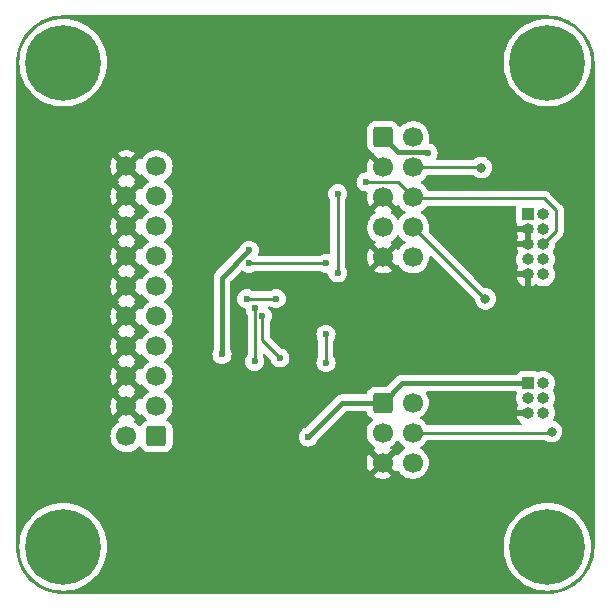
<source format=gbr>
%TF.GenerationSoftware,KiCad,Pcbnew,(7.0.0)*%
%TF.CreationDate,2023-03-27T10:38:50+02:00*%
%TF.ProjectId,JTAG-SWD Adapter,4a544147-2d53-4574-9420-416461707465,rev?*%
%TF.SameCoordinates,Original*%
%TF.FileFunction,Copper,L2,Bot*%
%TF.FilePolarity,Positive*%
%FSLAX46Y46*%
G04 Gerber Fmt 4.6, Leading zero omitted, Abs format (unit mm)*
G04 Created by KiCad (PCBNEW (7.0.0)) date 2023-03-27 10:38:50*
%MOMM*%
%LPD*%
G01*
G04 APERTURE LIST*
G04 Aperture macros list*
%AMRoundRect*
0 Rectangle with rounded corners*
0 $1 Rounding radius*
0 $2 $3 $4 $5 $6 $7 $8 $9 X,Y pos of 4 corners*
0 Add a 4 corners polygon primitive as box body*
4,1,4,$2,$3,$4,$5,$6,$7,$8,$9,$2,$3,0*
0 Add four circle primitives for the rounded corners*
1,1,$1+$1,$2,$3*
1,1,$1+$1,$4,$5*
1,1,$1+$1,$6,$7*
1,1,$1+$1,$8,$9*
0 Add four rect primitives between the rounded corners*
20,1,$1+$1,$2,$3,$4,$5,0*
20,1,$1+$1,$4,$5,$6,$7,0*
20,1,$1+$1,$6,$7,$8,$9,0*
20,1,$1+$1,$8,$9,$2,$3,0*%
G04 Aperture macros list end*
%TA.AperFunction,ComponentPad*%
%ADD10C,0.800000*%
%TD*%
%TA.AperFunction,ComponentPad*%
%ADD11C,6.400000*%
%TD*%
%TA.AperFunction,ComponentPad*%
%ADD12R,1.000000X1.000000*%
%TD*%
%TA.AperFunction,ComponentPad*%
%ADD13O,1.000000X1.000000*%
%TD*%
%TA.AperFunction,ComponentPad*%
%ADD14RoundRect,0.250000X0.600000X0.600000X-0.600000X0.600000X-0.600000X-0.600000X0.600000X-0.600000X0*%
%TD*%
%TA.AperFunction,ComponentPad*%
%ADD15C,1.700000*%
%TD*%
%TA.AperFunction,ComponentPad*%
%ADD16RoundRect,0.250000X-0.600000X-0.600000X0.600000X-0.600000X0.600000X0.600000X-0.600000X0.600000X0*%
%TD*%
%TA.AperFunction,ViaPad*%
%ADD17C,0.600000*%
%TD*%
%TA.AperFunction,ViaPad*%
%ADD18C,0.800000*%
%TD*%
%TA.AperFunction,Conductor*%
%ADD19C,0.400000*%
%TD*%
%TA.AperFunction,Conductor*%
%ADD20C,0.250000*%
%TD*%
G04 APERTURE END LIST*
D10*
%TO.P,H4,1*%
%TO.N,N/C*%
X102000000Y-147600000D03*
X103697056Y-151697056D03*
X103697056Y-148302944D03*
X104400000Y-150000000D03*
D11*
X102000000Y-150000000D03*
D10*
X102000000Y-152400000D03*
X100302944Y-148302944D03*
X100302944Y-151697056D03*
X99600000Y-150000000D03*
%TD*%
%TO.P,H3,1*%
%TO.N,N/C*%
X143000000Y-147600000D03*
X144697056Y-151697056D03*
X144697056Y-148302944D03*
X145400000Y-150000000D03*
D11*
X143000000Y-150000000D03*
D10*
X143000000Y-152400000D03*
X141302944Y-148302944D03*
X141302944Y-151697056D03*
X140600000Y-150000000D03*
%TD*%
%TO.P,H2,1*%
%TO.N,N/C*%
X143000000Y-106600000D03*
X144697056Y-110697056D03*
X144697056Y-107302944D03*
X145400000Y-109000000D03*
D11*
X143000000Y-109000000D03*
D10*
X143000000Y-111400000D03*
X141302944Y-107302944D03*
X141302944Y-110697056D03*
X140600000Y-109000000D03*
%TD*%
%TO.P,H1,1*%
%TO.N,N/C*%
X102000000Y-106600000D03*
X103697056Y-110697056D03*
X103697056Y-107302944D03*
X104400000Y-109000000D03*
D11*
X102000000Y-109000000D03*
D10*
X102000000Y-111400000D03*
X100302944Y-107302944D03*
X100302944Y-110697056D03*
X99600000Y-109000000D03*
%TD*%
D12*
%TO.P,J5,1,VTref*%
%TO.N,VREF*%
X141364999Y-121859999D03*
D13*
%TO.P,J5,2,SWDIO/TMS*%
%TO.N,TMS{slash}SWDIO*%
X142634999Y-121859999D03*
%TO.P,J5,3,GND*%
%TO.N,GND*%
X141364999Y-123129999D03*
%TO.P,J5,4,SWDCLK/TCK*%
%TO.N,TCK{slash}SWDCLK*%
X142634999Y-123129999D03*
%TO.P,J5,5,GND*%
%TO.N,GND*%
X141364999Y-124399999D03*
%TO.P,J5,6,SWO/TDO*%
%TO.N,TDO{slash}SWO*%
X142634999Y-124399999D03*
%TO.P,J5,7,KEY*%
%TO.N,unconnected-(J5-KEY-Pad7)*%
X141364999Y-125669999D03*
%TO.P,J5,8,NC/TDI*%
%TO.N,TDI*%
X142634999Y-125669999D03*
%TO.P,J5,9,GNDDetect*%
%TO.N,GND*%
X141364999Y-126939999D03*
%TO.P,J5,10,~{RESET}*%
%TO.N,nRST*%
X142634999Y-126939999D03*
%TD*%
D14*
%TO.P,J3,1,VTREF*%
%TO.N,VREF*%
X109902500Y-140640000D03*
D15*
%TO.P,J3,2,VCC/NC*%
%TO.N,VCC*%
X107362500Y-140640000D03*
%TO.P,J3,3,~{TRST}*%
%TO.N,nTRST*%
X109902500Y-138100000D03*
%TO.P,J3,4,GND*%
%TO.N,GND*%
X107362500Y-138100000D03*
%TO.P,J3,5,TDI*%
%TO.N,TDI*%
X109902500Y-135560000D03*
%TO.P,J3,6,GND*%
%TO.N,GND*%
X107362500Y-135560000D03*
%TO.P,J3,7,TMS/SWDIO*%
%TO.N,TMS{slash}SWDIO*%
X109902500Y-133020000D03*
%TO.P,J3,8,GND*%
%TO.N,GND*%
X107362500Y-133020000D03*
%TO.P,J3,9,TCK/SWDCLK*%
%TO.N,TCK{slash}SWDCLK*%
X109902500Y-130480000D03*
%TO.P,J3,10,GND*%
%TO.N,GND*%
X107362500Y-130480000D03*
%TO.P,J3,11,RTCK*%
%TO.N,RTCK*%
X109902500Y-127940000D03*
%TO.P,J3,12,GND*%
%TO.N,GND*%
X107362500Y-127940000D03*
%TO.P,J3,13,TDO/SWO*%
%TO.N,TDO{slash}SWO*%
X109902500Y-125400000D03*
%TO.P,J3,14,GND*%
%TO.N,GND*%
X107362500Y-125400000D03*
%TO.P,J3,15,~{SRST}*%
%TO.N,nRST*%
X109902500Y-122860000D03*
%TO.P,J3,16,GND*%
%TO.N,GND*%
X107362500Y-122860000D03*
%TO.P,J3,17,DBGRQ/NC*%
%TO.N,DBGRQ*%
X109902500Y-120320000D03*
%TO.P,J3,18,GND*%
%TO.N,GND*%
X107362500Y-120320000D03*
%TO.P,J3,19,DBGACK/NC*%
%TO.N,DBGACK*%
X109902500Y-117780000D03*
%TO.P,J3,20,GND*%
%TO.N,GND*%
X107362500Y-117780000D03*
%TD*%
D16*
%TO.P,J2,1,VTref*%
%TO.N,VREF*%
X129097500Y-115320000D03*
D15*
%TO.P,J2,2,SWDIO/TMS*%
%TO.N,TMS{slash}SWDIO*%
X131637500Y-115320000D03*
%TO.P,J2,3,GND*%
%TO.N,GND*%
X129097500Y-117860000D03*
%TO.P,J2,4,SWDCLK/TCK*%
%TO.N,TCK{slash}SWDCLK*%
X131637500Y-117860000D03*
%TO.P,J2,5,GND*%
%TO.N,GND*%
X129097500Y-120400000D03*
%TO.P,J2,6,SWO/TDO*%
%TO.N,TDO{slash}SWO*%
X131637500Y-120400000D03*
%TO.P,J2,7,KEY*%
%TO.N,unconnected-(J2-KEY-Pad7)*%
X129097500Y-122940000D03*
%TO.P,J2,8,NC/TDI*%
%TO.N,TDI*%
X131637500Y-122940000D03*
%TO.P,J2,9,GNDDetect*%
%TO.N,GND*%
X129097500Y-125480000D03*
%TO.P,J2,10,~{RESET}*%
%TO.N,nRST*%
X131637500Y-125480000D03*
%TD*%
D16*
%TO.P,J1,1,Pin_1*%
%TO.N,VREF*%
X129050000Y-137800000D03*
D15*
%TO.P,J1,2,Pin_2*%
%TO.N,TMS{slash}SWDIO*%
X131590000Y-137800000D03*
%TO.P,J1,3,Pin_3*%
%TO.N,nRST*%
X129050000Y-140340000D03*
%TO.P,J1,4,Pin_4*%
%TO.N,TCK{slash}SWDCLK*%
X131590000Y-140340000D03*
%TO.P,J1,5,Pin_5*%
%TO.N,GND*%
X129050000Y-142880000D03*
%TO.P,J1,6,Pin_6*%
%TO.N,TDO{slash}SWO*%
X131590000Y-142880000D03*
%TD*%
D12*
%TO.P,J4,1,Pin_1*%
%TO.N,VREF*%
X141364999Y-136129999D03*
D13*
%TO.P,J4,2,Pin_2*%
%TO.N,TMS{slash}SWDIO*%
X142634999Y-136129999D03*
%TO.P,J4,3,Pin_3*%
%TO.N,nRST*%
X141364999Y-137399999D03*
%TO.P,J4,4,Pin_4*%
%TO.N,TCK{slash}SWDCLK*%
X142634999Y-137399999D03*
%TO.P,J4,5,Pin_5*%
%TO.N,GND*%
X141364999Y-138669999D03*
%TO.P,J4,6,Pin_6*%
%TO.N,TDO{slash}SWO*%
X142634999Y-138669999D03*
%TD*%
D17*
%TO.N,VREF*%
X122750000Y-140700000D03*
X115450000Y-133700000D03*
X117750000Y-124900000D03*
X132900000Y-116650000D03*
%TO.N,TMS{slash}SWDIO*%
X125250000Y-120100000D03*
X125250000Y-126800000D03*
%TO.N,nRST*%
X124250000Y-134400000D03*
X117750000Y-126000000D03*
X124250000Y-126000000D03*
X124250000Y-132000000D03*
%TO.N,TCK{slash}SWDCLK*%
X118874500Y-130480000D03*
D18*
X137400000Y-117900000D03*
X143359500Y-140250000D03*
D17*
X120350000Y-134000000D03*
D18*
%TO.N,GND*%
X126959000Y-142212000D03*
X134198000Y-141831000D03*
D17*
%TO.N,TDO{slash}SWO*%
X127650000Y-119100000D03*
X118215334Y-134300000D03*
X118250000Y-129800000D03*
%TO.N,TDI*%
X117550000Y-129000000D03*
D18*
X137750000Y-129000000D03*
D17*
X120050000Y-129000000D03*
%TD*%
D19*
%TO.N,VREF*%
X122750000Y-140700000D02*
X125650000Y-137800000D01*
X130377500Y-116600000D02*
X129097500Y-115320000D01*
X132850000Y-116600000D02*
X130377500Y-116600000D01*
X125650000Y-137800000D02*
X129050000Y-137800000D01*
X130720000Y-136130000D02*
X141365000Y-136130000D01*
X129050000Y-137800000D02*
X130720000Y-136130000D01*
X117750000Y-124900000D02*
X115450000Y-127200000D01*
X115450000Y-127200000D02*
X115450000Y-133700000D01*
X132900000Y-116650000D02*
X132850000Y-116600000D01*
D20*
%TO.N,TMS{slash}SWDIO*%
X125250000Y-126800000D02*
X125250000Y-120100000D01*
%TO.N,nRST*%
X124250000Y-134400000D02*
X124250000Y-132000000D01*
X117750000Y-126000000D02*
X124250000Y-126000000D01*
%TO.N,TCK{slash}SWDCLK*%
X118850000Y-132500000D02*
X118850000Y-130504500D01*
X120350000Y-134000000D02*
X118850000Y-132500000D01*
X137400000Y-117900000D02*
X137360000Y-117860000D01*
X143269500Y-140340000D02*
X131590000Y-140340000D01*
X118850000Y-130504500D02*
X118874500Y-130480000D01*
X137360000Y-117860000D02*
X131637500Y-117860000D01*
X143359500Y-140250000D02*
X143269500Y-140340000D01*
%TO.N,TDO{slash}SWO*%
X131737500Y-120500000D02*
X131637500Y-120400000D01*
X118250000Y-134265334D02*
X118250000Y-129800000D01*
X142750000Y-120500000D02*
X131737500Y-120500000D01*
X142635000Y-124400000D02*
X143750000Y-123285000D01*
X143750000Y-121500000D02*
X142750000Y-120500000D01*
X130337500Y-119100000D02*
X131637500Y-120400000D01*
X127650000Y-119100000D02*
X130337500Y-119100000D01*
X118215334Y-134300000D02*
X118250000Y-134265334D01*
X143750000Y-123285000D02*
X143750000Y-121500000D01*
%TO.N,TDI*%
X117550000Y-129000000D02*
X120050000Y-129000000D01*
X137697500Y-129000000D02*
X131637500Y-122940000D01*
X137750000Y-129000000D02*
X137697500Y-129000000D01*
%TD*%
%TA.AperFunction,Conductor*%
%TO.N,GND*%
G36*
X140372186Y-136853378D02*
G01*
X140417555Y-136894498D01*
X140438183Y-136952149D01*
X140429475Y-137010856D01*
X140428759Y-137012196D01*
X140426964Y-137018110D01*
X140426963Y-137018115D01*
X140372888Y-137196376D01*
X140372886Y-137196382D01*
X140371092Y-137202299D01*
X140370486Y-137208450D01*
X140370484Y-137208461D01*
X140356288Y-137352606D01*
X140351620Y-137400000D01*
X140352227Y-137406163D01*
X140370484Y-137591538D01*
X140370485Y-137591547D01*
X140371092Y-137597701D01*
X140372887Y-137603619D01*
X140372888Y-137603623D01*
X140390732Y-137662445D01*
X140428759Y-137787804D01*
X140431678Y-137793265D01*
X140519486Y-137957544D01*
X140519488Y-137957548D01*
X140522405Y-137963004D01*
X140525134Y-137966329D01*
X140543583Y-138010871D01*
X140543584Y-138060029D01*
X140524775Y-138105446D01*
X140519908Y-138112730D01*
X140432141Y-138276930D01*
X140427426Y-138288313D01*
X140392977Y-138401877D01*
X140392272Y-138413345D01*
X140403448Y-138416000D01*
X141493000Y-138416000D01*
X141556000Y-138432881D01*
X141602119Y-138479000D01*
X141619000Y-138542000D01*
X141619000Y-138798000D01*
X141602119Y-138861000D01*
X141556000Y-138907119D01*
X141493000Y-138924000D01*
X140403448Y-138924000D01*
X140392272Y-138926654D01*
X140392977Y-138938122D01*
X140427426Y-139051686D01*
X140432141Y-139063069D01*
X140519904Y-139227261D01*
X140526755Y-139237514D01*
X140644861Y-139381427D01*
X140653572Y-139390138D01*
X140766848Y-139483101D01*
X140803324Y-139532282D01*
X140812308Y-139592850D01*
X140791680Y-139650502D01*
X140746311Y-139691622D01*
X140686915Y-139706500D01*
X132867038Y-139706500D01*
X132807069Y-139691314D01*
X132761555Y-139649416D01*
X132751410Y-139633888D01*
X132665722Y-139502732D01*
X132602644Y-139434212D01*
X132516772Y-139340930D01*
X132516767Y-139340925D01*
X132513240Y-139337094D01*
X132335576Y-139198811D01*
X132331002Y-139196336D01*
X132330995Y-139196331D01*
X132307405Y-139183566D01*
X132302319Y-139180813D01*
X132254048Y-139134498D01*
X132236289Y-139070000D01*
X132254048Y-139005502D01*
X132302320Y-138959186D01*
X132330990Y-138943671D01*
X132335576Y-138941189D01*
X132513240Y-138802906D01*
X132665722Y-138637268D01*
X132788860Y-138448791D01*
X132879296Y-138242616D01*
X132934564Y-138024368D01*
X132953156Y-137800000D01*
X132934564Y-137575632D01*
X132879296Y-137357384D01*
X132788860Y-137151209D01*
X132711899Y-137033412D01*
X132691492Y-136969707D01*
X132706570Y-136904531D01*
X132752886Y-136856259D01*
X132817384Y-136838500D01*
X140312790Y-136838500D01*
X140372186Y-136853378D01*
G37*
%TD.AperFunction*%
%TA.AperFunction,Conductor*%
G36*
X143002898Y-105010634D02*
G01*
X143362286Y-105027250D01*
X143373874Y-105028324D01*
X143472400Y-105042067D01*
X143727317Y-105077626D01*
X143738728Y-105079760D01*
X144086113Y-105161464D01*
X144097296Y-105164646D01*
X144435650Y-105278050D01*
X144446498Y-105282253D01*
X144772952Y-105426396D01*
X144783361Y-105431580D01*
X144892904Y-105492595D01*
X145095106Y-105605221D01*
X145105000Y-105611346D01*
X145399416Y-105813025D01*
X145408682Y-105820022D01*
X145622671Y-105997717D01*
X145683234Y-106048008D01*
X145691834Y-106055849D01*
X145944150Y-106308165D01*
X145951991Y-106316765D01*
X146179974Y-106591314D01*
X146186976Y-106600586D01*
X146276379Y-106731099D01*
X146388652Y-106894998D01*
X146394778Y-106904893D01*
X146568417Y-107216634D01*
X146573605Y-107227052D01*
X146717746Y-107553501D01*
X146721950Y-107564353D01*
X146835350Y-107902694D01*
X146838535Y-107913888D01*
X146920236Y-108261255D01*
X146922375Y-108272696D01*
X146971675Y-108626125D01*
X146972749Y-108637712D01*
X146989366Y-108997101D01*
X146989500Y-109002921D01*
X146989500Y-149997079D01*
X146989366Y-150002899D01*
X146972749Y-150362287D01*
X146971675Y-150373874D01*
X146922375Y-150727303D01*
X146920236Y-150738744D01*
X146838535Y-151086111D01*
X146835350Y-151097305D01*
X146721950Y-151435646D01*
X146717746Y-151446498D01*
X146573605Y-151772947D01*
X146568417Y-151783365D01*
X146394778Y-152095106D01*
X146388652Y-152105001D01*
X146186982Y-152399405D01*
X146179968Y-152408693D01*
X145951991Y-152683234D01*
X145944150Y-152691834D01*
X145691834Y-152944150D01*
X145683234Y-152951991D01*
X145408693Y-153179968D01*
X145399405Y-153186982D01*
X145105001Y-153388652D01*
X145095106Y-153394778D01*
X144783365Y-153568417D01*
X144772947Y-153573605D01*
X144446498Y-153717746D01*
X144435646Y-153721950D01*
X144097305Y-153835350D01*
X144086111Y-153838535D01*
X143738744Y-153920236D01*
X143727303Y-153922375D01*
X143373874Y-153971675D01*
X143362287Y-153972749D01*
X143014366Y-153988835D01*
X143002897Y-153989366D01*
X142997079Y-153989500D01*
X102002921Y-153989500D01*
X101997102Y-153989366D01*
X101985090Y-153988810D01*
X101637712Y-153972749D01*
X101626125Y-153971675D01*
X101272696Y-153922375D01*
X101261255Y-153920236D01*
X100913888Y-153838535D01*
X100902694Y-153835350D01*
X100564353Y-153721950D01*
X100553501Y-153717746D01*
X100227052Y-153573605D01*
X100216634Y-153568417D01*
X99904893Y-153394778D01*
X99894998Y-153388652D01*
X99640420Y-153214263D01*
X99600586Y-153186976D01*
X99591314Y-153179974D01*
X99316765Y-152951991D01*
X99308165Y-152944150D01*
X99055849Y-152691834D01*
X99048008Y-152683234D01*
X98881165Y-152482313D01*
X98820022Y-152408682D01*
X98813025Y-152399416D01*
X98611346Y-152105000D01*
X98605221Y-152095106D01*
X98474025Y-151859564D01*
X98431580Y-151783361D01*
X98426394Y-151772947D01*
X98282253Y-151446498D01*
X98278049Y-151435646D01*
X98182529Y-151150652D01*
X98164646Y-151097296D01*
X98161464Y-151086111D01*
X98079760Y-150738728D01*
X98077626Y-150727317D01*
X98028324Y-150373874D01*
X98027250Y-150362286D01*
X98010634Y-150002898D01*
X98010567Y-150000000D01*
X98286411Y-150000000D01*
X98286584Y-150003301D01*
X98306581Y-150384886D01*
X98306582Y-150384897D01*
X98306754Y-150388176D01*
X98307267Y-150391417D01*
X98307268Y-150391423D01*
X98367045Y-150768838D01*
X98367046Y-150768847D01*
X98367562Y-150772099D01*
X98368414Y-150775279D01*
X98368416Y-150775288D01*
X98467311Y-151144369D01*
X98468167Y-151147562D01*
X98469352Y-151150649D01*
X98469353Y-151150652D01*
X98606283Y-151507368D01*
X98606288Y-151507380D01*
X98607468Y-151510453D01*
X98608961Y-151513384D01*
X98608965Y-151513392D01*
X98774625Y-151838518D01*
X98783938Y-151856795D01*
X98785734Y-151859561D01*
X98785736Y-151859564D01*
X98938698Y-152095106D01*
X98995643Y-152182793D01*
X99240266Y-152484876D01*
X99515124Y-152759734D01*
X99817207Y-153004357D01*
X100143205Y-153216062D01*
X100489547Y-153392532D01*
X100852438Y-153531833D01*
X101227901Y-153632438D01*
X101611824Y-153693246D01*
X102000000Y-153713589D01*
X102388176Y-153693246D01*
X102772099Y-153632438D01*
X103147562Y-153531833D01*
X103510453Y-153392532D01*
X103856795Y-153216062D01*
X104182793Y-153004357D01*
X104484876Y-152759734D01*
X104759734Y-152484876D01*
X105004357Y-152182793D01*
X105216062Y-151856795D01*
X105392532Y-151510453D01*
X105531833Y-151147562D01*
X105632438Y-150772099D01*
X105693246Y-150388176D01*
X105713589Y-150000000D01*
X139286411Y-150000000D01*
X139286584Y-150003301D01*
X139306581Y-150384886D01*
X139306582Y-150384897D01*
X139306754Y-150388176D01*
X139307267Y-150391417D01*
X139307268Y-150391423D01*
X139367045Y-150768838D01*
X139367046Y-150768847D01*
X139367562Y-150772099D01*
X139368414Y-150775279D01*
X139368416Y-150775288D01*
X139467311Y-151144369D01*
X139468167Y-151147562D01*
X139469352Y-151150649D01*
X139469353Y-151150652D01*
X139606283Y-151507368D01*
X139606288Y-151507380D01*
X139607468Y-151510453D01*
X139608961Y-151513384D01*
X139608965Y-151513392D01*
X139774625Y-151838518D01*
X139783938Y-151856795D01*
X139785734Y-151859561D01*
X139785736Y-151859564D01*
X139938698Y-152095106D01*
X139995643Y-152182793D01*
X140240266Y-152484876D01*
X140515124Y-152759734D01*
X140817207Y-153004357D01*
X141143205Y-153216062D01*
X141489547Y-153392532D01*
X141852438Y-153531833D01*
X142227901Y-153632438D01*
X142611824Y-153693246D01*
X143000000Y-153713589D01*
X143388176Y-153693246D01*
X143772099Y-153632438D01*
X144147562Y-153531833D01*
X144510453Y-153392532D01*
X144856795Y-153216062D01*
X145182793Y-153004357D01*
X145484876Y-152759734D01*
X145759734Y-152484876D01*
X146004357Y-152182793D01*
X146216062Y-151856795D01*
X146392532Y-151510453D01*
X146531833Y-151147562D01*
X146632438Y-150772099D01*
X146693246Y-150388176D01*
X146713589Y-150000000D01*
X146693246Y-149611824D01*
X146632438Y-149227901D01*
X146531833Y-148852438D01*
X146392532Y-148489547D01*
X146216062Y-148143206D01*
X146004357Y-147817207D01*
X145759734Y-147515124D01*
X145484876Y-147240266D01*
X145182793Y-146995643D01*
X145180033Y-146993850D01*
X145180028Y-146993847D01*
X144859564Y-146785736D01*
X144859561Y-146785734D01*
X144856795Y-146783938D01*
X144838518Y-146774625D01*
X144513392Y-146608965D01*
X144513384Y-146608961D01*
X144510453Y-146607468D01*
X144507380Y-146606288D01*
X144507368Y-146606283D01*
X144150652Y-146469353D01*
X144150649Y-146469352D01*
X144147562Y-146468167D01*
X144144376Y-146467313D01*
X144144369Y-146467311D01*
X143775288Y-146368416D01*
X143775279Y-146368414D01*
X143772099Y-146367562D01*
X143768847Y-146367046D01*
X143768838Y-146367045D01*
X143391423Y-146307268D01*
X143391417Y-146307267D01*
X143388176Y-146306754D01*
X143384897Y-146306582D01*
X143384886Y-146306581D01*
X143003301Y-146286584D01*
X143000000Y-146286411D01*
X142996699Y-146286584D01*
X142615113Y-146306581D01*
X142615100Y-146306582D01*
X142611824Y-146306754D01*
X142608584Y-146307267D01*
X142608576Y-146307268D01*
X142231161Y-146367045D01*
X142231148Y-146367047D01*
X142227901Y-146367562D01*
X142224724Y-146368413D01*
X142224711Y-146368416D01*
X141855630Y-146467311D01*
X141855617Y-146467315D01*
X141852438Y-146468167D01*
X141849355Y-146469350D01*
X141849347Y-146469353D01*
X141492631Y-146606283D01*
X141492612Y-146606291D01*
X141489547Y-146607468D01*
X141486622Y-146608958D01*
X141486607Y-146608965D01*
X141146147Y-146782439D01*
X141146139Y-146782443D01*
X141143206Y-146783938D01*
X141140447Y-146785729D01*
X141140436Y-146785736D01*
X140819971Y-146993847D01*
X140819957Y-146993856D01*
X140817207Y-146995643D01*
X140814653Y-146997711D01*
X140814645Y-146997717D01*
X140517686Y-147238191D01*
X140515124Y-147240266D01*
X140512797Y-147242592D01*
X140512787Y-147242602D01*
X140242602Y-147512787D01*
X140242592Y-147512797D01*
X140240266Y-147515124D01*
X140238194Y-147517682D01*
X140238191Y-147517686D01*
X139997717Y-147814645D01*
X139997711Y-147814653D01*
X139995643Y-147817207D01*
X139993856Y-147819957D01*
X139993847Y-147819971D01*
X139785736Y-148140436D01*
X139785729Y-148140447D01*
X139783938Y-148143206D01*
X139782443Y-148146139D01*
X139782439Y-148146147D01*
X139608965Y-148486607D01*
X139608958Y-148486622D01*
X139607468Y-148489547D01*
X139606291Y-148492612D01*
X139606283Y-148492631D01*
X139469353Y-148849347D01*
X139469350Y-148849355D01*
X139468167Y-148852438D01*
X139467315Y-148855617D01*
X139467311Y-148855630D01*
X139368416Y-149224711D01*
X139368413Y-149224724D01*
X139367562Y-149227901D01*
X139367047Y-149231148D01*
X139367045Y-149231161D01*
X139307268Y-149608576D01*
X139306754Y-149611824D01*
X139306582Y-149615100D01*
X139306581Y-149615113D01*
X139286761Y-149993313D01*
X139286411Y-150000000D01*
X105713589Y-150000000D01*
X105693246Y-149611824D01*
X105632438Y-149227901D01*
X105531833Y-148852438D01*
X105392532Y-148489547D01*
X105216062Y-148143206D01*
X105004357Y-147817207D01*
X104759734Y-147515124D01*
X104484876Y-147240266D01*
X104182793Y-146995643D01*
X104180033Y-146993850D01*
X104180028Y-146993847D01*
X103859564Y-146785736D01*
X103859561Y-146785734D01*
X103856795Y-146783938D01*
X103838518Y-146774625D01*
X103513392Y-146608965D01*
X103513384Y-146608961D01*
X103510453Y-146607468D01*
X103507380Y-146606288D01*
X103507368Y-146606283D01*
X103150652Y-146469353D01*
X103150649Y-146469352D01*
X103147562Y-146468167D01*
X103144376Y-146467313D01*
X103144369Y-146467311D01*
X102775288Y-146368416D01*
X102775279Y-146368414D01*
X102772099Y-146367562D01*
X102768847Y-146367046D01*
X102768838Y-146367045D01*
X102391423Y-146307268D01*
X102391417Y-146307267D01*
X102388176Y-146306754D01*
X102384897Y-146306582D01*
X102384886Y-146306581D01*
X102003301Y-146286584D01*
X102000000Y-146286411D01*
X101996699Y-146286584D01*
X101615113Y-146306581D01*
X101615100Y-146306582D01*
X101611824Y-146306754D01*
X101608584Y-146307267D01*
X101608576Y-146307268D01*
X101231161Y-146367045D01*
X101231148Y-146367047D01*
X101227901Y-146367562D01*
X101224724Y-146368413D01*
X101224711Y-146368416D01*
X100855630Y-146467311D01*
X100855617Y-146467315D01*
X100852438Y-146468167D01*
X100849355Y-146469350D01*
X100849347Y-146469353D01*
X100492631Y-146606283D01*
X100492612Y-146606291D01*
X100489547Y-146607468D01*
X100486622Y-146608958D01*
X100486607Y-146608965D01*
X100146147Y-146782439D01*
X100146139Y-146782443D01*
X100143206Y-146783938D01*
X100140447Y-146785729D01*
X100140436Y-146785736D01*
X99819971Y-146993847D01*
X99819957Y-146993856D01*
X99817207Y-146995643D01*
X99814653Y-146997711D01*
X99814645Y-146997717D01*
X99517686Y-147238191D01*
X99515124Y-147240266D01*
X99512797Y-147242592D01*
X99512787Y-147242602D01*
X99242602Y-147512787D01*
X99242592Y-147512797D01*
X99240266Y-147515124D01*
X99238194Y-147517682D01*
X99238191Y-147517686D01*
X98997717Y-147814645D01*
X98997711Y-147814653D01*
X98995643Y-147817207D01*
X98993856Y-147819957D01*
X98993847Y-147819971D01*
X98785736Y-148140436D01*
X98785729Y-148140447D01*
X98783938Y-148143206D01*
X98782443Y-148146139D01*
X98782439Y-148146147D01*
X98608965Y-148486607D01*
X98608958Y-148486622D01*
X98607468Y-148489547D01*
X98606291Y-148492612D01*
X98606283Y-148492631D01*
X98469353Y-148849347D01*
X98469350Y-148849355D01*
X98468167Y-148852438D01*
X98467315Y-148855617D01*
X98467311Y-148855630D01*
X98368416Y-149224711D01*
X98368413Y-149224724D01*
X98367562Y-149227901D01*
X98367047Y-149231148D01*
X98367045Y-149231161D01*
X98307268Y-149608576D01*
X98306754Y-149611824D01*
X98306582Y-149615100D01*
X98306581Y-149615113D01*
X98286761Y-149993313D01*
X98286411Y-150000000D01*
X98010567Y-150000000D01*
X98010500Y-149997079D01*
X98010500Y-144004532D01*
X128290210Y-144004532D01*
X128298446Y-144015901D01*
X128300592Y-144017571D01*
X128309278Y-144023246D01*
X128498042Y-144125400D01*
X128507559Y-144129575D01*
X128710557Y-144199264D01*
X128720627Y-144201814D01*
X128932335Y-144237142D01*
X128942684Y-144238000D01*
X129157316Y-144238000D01*
X129167664Y-144237142D01*
X129379372Y-144201814D01*
X129389442Y-144199264D01*
X129592440Y-144129575D01*
X129601957Y-144125400D01*
X129790720Y-144023246D01*
X129799410Y-144017569D01*
X129801552Y-144015902D01*
X129809787Y-144004533D01*
X129803019Y-143992229D01*
X129061729Y-143250939D01*
X129049999Y-143244167D01*
X129038271Y-143250938D01*
X128296978Y-143992230D01*
X128290210Y-144004532D01*
X98010500Y-144004532D01*
X98010500Y-142885189D01*
X127687776Y-142885189D01*
X127705500Y-143099092D01*
X127707209Y-143109335D01*
X127759900Y-143317407D01*
X127763270Y-143327223D01*
X127849488Y-143523778D01*
X127854431Y-143532913D01*
X127919233Y-143632099D01*
X127927328Y-143639947D01*
X127936859Y-143633929D01*
X128679059Y-142891730D01*
X128685832Y-142879999D01*
X128679060Y-142868270D01*
X127936860Y-142126070D01*
X127927328Y-142120051D01*
X127919234Y-142127899D01*
X127854431Y-142227086D01*
X127849488Y-142236221D01*
X127763270Y-142432776D01*
X127759900Y-142442592D01*
X127707209Y-142650664D01*
X127705500Y-142660907D01*
X127687776Y-142874811D01*
X127687776Y-142885189D01*
X98010500Y-142885189D01*
X98010500Y-140640000D01*
X105999344Y-140640000D01*
X105999774Y-140645189D01*
X106011557Y-140787393D01*
X106017936Y-140864368D01*
X106039826Y-140950809D01*
X106062755Y-141041356D01*
X106073204Y-141082616D01*
X106075297Y-141087389D01*
X106075299Y-141087393D01*
X106127887Y-141207281D01*
X106163640Y-141288791D01*
X106286778Y-141477268D01*
X106306955Y-141499186D01*
X106435727Y-141639069D01*
X106435731Y-141639073D01*
X106439260Y-141642906D01*
X106616924Y-141781189D01*
X106814926Y-141888342D01*
X106819855Y-141890034D01*
X106819857Y-141890035D01*
X106921395Y-141924892D01*
X107027865Y-141961444D01*
X107249931Y-141998500D01*
X107469858Y-141998500D01*
X107475069Y-141998500D01*
X107697135Y-141961444D01*
X107910074Y-141888342D01*
X108108076Y-141781189D01*
X108285740Y-141642906D01*
X108399270Y-141519580D01*
X108450374Y-141485984D01*
X108511280Y-141480409D01*
X108567636Y-141504170D01*
X108606164Y-141551670D01*
X108608076Y-141555772D01*
X108610385Y-141562738D01*
X108614235Y-141568980D01*
X108614237Y-141568984D01*
X108679319Y-141674497D01*
X108703470Y-141713652D01*
X108828848Y-141839030D01*
X108835096Y-141842883D01*
X108835095Y-141842883D01*
X108973518Y-141928264D01*
X108973520Y-141928265D01*
X108979762Y-141932115D01*
X109148074Y-141987887D01*
X109251955Y-141998500D01*
X110553044Y-141998499D01*
X110656926Y-141987887D01*
X110825238Y-141932115D01*
X110976152Y-141839030D01*
X111101530Y-141713652D01*
X111194615Y-141562738D01*
X111250387Y-141394426D01*
X111261000Y-141290545D01*
X111261000Y-140700000D01*
X121936384Y-140700000D01*
X121956783Y-140881047D01*
X121959118Y-140887720D01*
X121959119Y-140887724D01*
X122014619Y-141046335D01*
X122014621Y-141046339D01*
X122016957Y-141053015D01*
X122020719Y-141059003D01*
X122020721Y-141059006D01*
X122095030Y-141177268D01*
X122113889Y-141207281D01*
X122242719Y-141336111D01*
X122248713Y-141339877D01*
X122248714Y-141339878D01*
X122345911Y-141400951D01*
X122396985Y-141433043D01*
X122568953Y-141493217D01*
X122750000Y-141513616D01*
X122931047Y-141493217D01*
X123103015Y-141433043D01*
X123257281Y-141336111D01*
X123386111Y-141207281D01*
X123483043Y-141053015D01*
X123518807Y-140950805D01*
X123548638Y-140903330D01*
X125906564Y-138545405D01*
X125947442Y-138518091D01*
X125995660Y-138508500D01*
X127595909Y-138508500D01*
X127646935Y-138519294D01*
X127689218Y-138549827D01*
X127715514Y-138594868D01*
X127754218Y-138711674D01*
X127757885Y-138722738D01*
X127761732Y-138728976D01*
X127761735Y-138728981D01*
X127843166Y-138861000D01*
X127850970Y-138873652D01*
X127976348Y-138999030D01*
X128127262Y-139092115D01*
X128134232Y-139094424D01*
X128137795Y-139096086D01*
X128186838Y-139136712D01*
X128209750Y-139196131D01*
X128200678Y-139259166D01*
X128161939Y-139309712D01*
X128126760Y-139337094D01*
X128123237Y-139340919D01*
X128123227Y-139340930D01*
X127977806Y-139498899D01*
X127977802Y-139498902D01*
X127974278Y-139502732D01*
X127971430Y-139507090D01*
X127971427Y-139507095D01*
X127853992Y-139686843D01*
X127851140Y-139691209D01*
X127849048Y-139695978D01*
X127849046Y-139695982D01*
X127762799Y-139892606D01*
X127762796Y-139892614D01*
X127760704Y-139897384D01*
X127759423Y-139902440D01*
X127759422Y-139902445D01*
X127719506Y-140060072D01*
X127705436Y-140115632D01*
X127705006Y-140120820D01*
X127705005Y-140120827D01*
X127698242Y-140202445D01*
X127686844Y-140340000D01*
X127687274Y-140345189D01*
X127701672Y-140518953D01*
X127705436Y-140564368D01*
X127760704Y-140782616D01*
X127762797Y-140787389D01*
X127762799Y-140787393D01*
X127824855Y-140928866D01*
X127851140Y-140988791D01*
X127974278Y-141177268D01*
X128024727Y-141232069D01*
X128123227Y-141339069D01*
X128123231Y-141339073D01*
X128126760Y-141342906D01*
X128304424Y-141481189D01*
X128309000Y-141483665D01*
X128309004Y-141483668D01*
X128309010Y-141483671D01*
X128338205Y-141499470D01*
X128386476Y-141545784D01*
X128404237Y-141610281D01*
X128386479Y-141674779D01*
X128338209Y-141721096D01*
X128309282Y-141736751D01*
X128300591Y-141742428D01*
X128298445Y-141744098D01*
X128290210Y-141755465D01*
X128296979Y-141767769D01*
X129038270Y-142509060D01*
X129049999Y-142515832D01*
X129061730Y-142509059D01*
X129803022Y-141767766D01*
X129809788Y-141755466D01*
X129801551Y-141744096D01*
X129799411Y-141742431D01*
X129790716Y-141736750D01*
X129761792Y-141721097D01*
X129713520Y-141674780D01*
X129695762Y-141610281D01*
X129713523Y-141545784D01*
X129761791Y-141499472D01*
X129795576Y-141481189D01*
X129973240Y-141342906D01*
X130125722Y-141177268D01*
X130214518Y-141041354D01*
X130260030Y-140999457D01*
X130320000Y-140984271D01*
X130379970Y-140999457D01*
X130425481Y-141041354D01*
X130514278Y-141177268D01*
X130564727Y-141232069D01*
X130663227Y-141339069D01*
X130663231Y-141339073D01*
X130666760Y-141342906D01*
X130844424Y-141481189D01*
X130849002Y-141483666D01*
X130849009Y-141483671D01*
X130877680Y-141499187D01*
X130925951Y-141545503D01*
X130943710Y-141610000D01*
X130925951Y-141674497D01*
X130877680Y-141720813D01*
X130849009Y-141736328D01*
X130848993Y-141736338D01*
X130844424Y-141738811D01*
X130840313Y-141742010D01*
X130840311Y-141742012D01*
X130670878Y-141873888D01*
X130670872Y-141873893D01*
X130666760Y-141877094D01*
X130663237Y-141880919D01*
X130663227Y-141880930D01*
X130517806Y-142038899D01*
X130517802Y-142038902D01*
X130514278Y-142042732D01*
X130511431Y-142047090D01*
X130425183Y-142179102D01*
X130379669Y-142221000D01*
X130319700Y-142236186D01*
X130259731Y-142221000D01*
X130214218Y-142179102D01*
X130180764Y-142127898D01*
X130172670Y-142120051D01*
X130163138Y-142126070D01*
X129420938Y-142868271D01*
X129414167Y-142879999D01*
X129420939Y-142891729D01*
X130163138Y-143633928D01*
X130172670Y-143639947D01*
X130180765Y-143632099D01*
X130214217Y-143580898D01*
X130259731Y-143538999D01*
X130319700Y-143523813D01*
X130379669Y-143538999D01*
X130425183Y-143580898D01*
X130514278Y-143717268D01*
X130517806Y-143721100D01*
X130663227Y-143879069D01*
X130663231Y-143879073D01*
X130666760Y-143882906D01*
X130844424Y-144021189D01*
X131042426Y-144128342D01*
X131047355Y-144130034D01*
X131047357Y-144130035D01*
X131148895Y-144164893D01*
X131255365Y-144201444D01*
X131477431Y-144238500D01*
X131697358Y-144238500D01*
X131702569Y-144238500D01*
X131924635Y-144201444D01*
X132137574Y-144128342D01*
X132335576Y-144021189D01*
X132513240Y-143882906D01*
X132665722Y-143717268D01*
X132788860Y-143528791D01*
X132879296Y-143322616D01*
X132934564Y-143104368D01*
X132953156Y-142880000D01*
X132934564Y-142655632D01*
X132879296Y-142437384D01*
X132788860Y-142231209D01*
X132665722Y-142042732D01*
X132591679Y-141962301D01*
X132516772Y-141880930D01*
X132516767Y-141880925D01*
X132513240Y-141877094D01*
X132335576Y-141738811D01*
X132331002Y-141736336D01*
X132330995Y-141736331D01*
X132302320Y-141720814D01*
X132254048Y-141674498D01*
X132236289Y-141610000D01*
X132254048Y-141545502D01*
X132302320Y-141499186D01*
X132317669Y-141490880D01*
X132335576Y-141481189D01*
X132513240Y-141342906D01*
X132665722Y-141177268D01*
X132761555Y-141030583D01*
X132807069Y-140988686D01*
X132867038Y-140973500D01*
X142768740Y-140973500D01*
X142807676Y-140979667D01*
X142842801Y-140997564D01*
X142902748Y-141041118D01*
X143077212Y-141118794D01*
X143264013Y-141158500D01*
X143448384Y-141158500D01*
X143454987Y-141158500D01*
X143641788Y-141118794D01*
X143816252Y-141041118D01*
X143970753Y-140928866D01*
X144098540Y-140786944D01*
X144194027Y-140621556D01*
X144253042Y-140439928D01*
X144273004Y-140250000D01*
X144253042Y-140060072D01*
X144224010Y-139970721D01*
X144196069Y-139884728D01*
X144196068Y-139884726D01*
X144194027Y-139878444D01*
X144098540Y-139713056D01*
X143970753Y-139571134D01*
X143965411Y-139567253D01*
X143965408Y-139567250D01*
X143846046Y-139480529D01*
X143816252Y-139458882D01*
X143641788Y-139381206D01*
X143635336Y-139379834D01*
X143635325Y-139379831D01*
X143587136Y-139369588D01*
X143534843Y-139344907D01*
X143499082Y-139299466D01*
X143487384Y-139242837D01*
X143502213Y-139186946D01*
X143571241Y-139057804D01*
X143628908Y-138867701D01*
X143648380Y-138670000D01*
X143628908Y-138472299D01*
X143571241Y-138282196D01*
X143477595Y-138106996D01*
X143475099Y-138103955D01*
X143456718Y-138059578D01*
X143456719Y-138010411D01*
X143475100Y-137966043D01*
X143477595Y-137963004D01*
X143571241Y-137787804D01*
X143628908Y-137597701D01*
X143648380Y-137400000D01*
X143643068Y-137346070D01*
X143629515Y-137208461D01*
X143629514Y-137208460D01*
X143628908Y-137202299D01*
X143571241Y-137012196D01*
X143477595Y-136836996D01*
X143475099Y-136833954D01*
X143456718Y-136789584D01*
X143456718Y-136740416D01*
X143475099Y-136696045D01*
X143477595Y-136693004D01*
X143571241Y-136517804D01*
X143628908Y-136327701D01*
X143648380Y-136130000D01*
X143628908Y-135932299D01*
X143571241Y-135742196D01*
X143477595Y-135566996D01*
X143351568Y-135413432D01*
X143198004Y-135287405D01*
X143172831Y-135273950D01*
X143028265Y-135196678D01*
X143022804Y-135193759D01*
X142964135Y-135175962D01*
X142838623Y-135137888D01*
X142838619Y-135137887D01*
X142832701Y-135136092D01*
X142826547Y-135135485D01*
X142826538Y-135135484D01*
X142641163Y-135117227D01*
X142635000Y-135116620D01*
X142628837Y-135117227D01*
X142443461Y-135135484D01*
X142443450Y-135135486D01*
X142437299Y-135136092D01*
X142431382Y-135137886D01*
X142431376Y-135137888D01*
X142253115Y-135191963D01*
X142253110Y-135191964D01*
X142247196Y-135193759D01*
X142241742Y-135196673D01*
X142239094Y-135197771D01*
X142175173Y-135206378D01*
X142127298Y-135187046D01*
X142126325Y-135188829D01*
X142118416Y-135184510D01*
X142111204Y-135179111D01*
X142102766Y-135175964D01*
X142102763Y-135175962D01*
X141981580Y-135130763D01*
X141981578Y-135130762D01*
X141974201Y-135128011D01*
X141966373Y-135127169D01*
X141966367Y-135127168D01*
X141916988Y-135121860D01*
X141916985Y-135121859D01*
X141913638Y-135121500D01*
X140816362Y-135121500D01*
X140813015Y-135121859D01*
X140813011Y-135121860D01*
X140763632Y-135127168D01*
X140763625Y-135127169D01*
X140755799Y-135128011D01*
X140748423Y-135130761D01*
X140748419Y-135130763D01*
X140627236Y-135175962D01*
X140627230Y-135175965D01*
X140618796Y-135179111D01*
X140611588Y-135184506D01*
X140611582Y-135184510D01*
X140508950Y-135261340D01*
X140508946Y-135261343D01*
X140501739Y-135266739D01*
X140496343Y-135273946D01*
X140496340Y-135273950D01*
X140423683Y-135371009D01*
X140379215Y-135408172D01*
X140322815Y-135421500D01*
X130745223Y-135421500D01*
X130737616Y-135421270D01*
X130684515Y-135418058D01*
X130684513Y-135418058D01*
X130676908Y-135417598D01*
X130617063Y-135428563D01*
X130609568Y-135429704D01*
X130556764Y-135436116D01*
X130556761Y-135436116D01*
X130549199Y-135437035D01*
X130542074Y-135439736D01*
X130542073Y-135439737D01*
X130539663Y-135440651D01*
X130517714Y-135446770D01*
X130507671Y-135448611D01*
X130500724Y-135451737D01*
X130500719Y-135451739D01*
X130452215Y-135473569D01*
X130445186Y-135476480D01*
X130395450Y-135495343D01*
X130395444Y-135495345D01*
X130388325Y-135498046D01*
X130382061Y-135502368D01*
X130382054Y-135502373D01*
X130379921Y-135503846D01*
X130360081Y-135515035D01*
X130357731Y-135516092D01*
X130357718Y-135516099D01*
X130350775Y-135519225D01*
X130344778Y-135523923D01*
X130344775Y-135523925D01*
X130302911Y-135556722D01*
X130296787Y-135561229D01*
X130252996Y-135591457D01*
X130252992Y-135591459D01*
X130246727Y-135595785D01*
X130241679Y-135601482D01*
X130241672Y-135601489D01*
X130206387Y-135641317D01*
X130201172Y-135646856D01*
X129443433Y-136404595D01*
X129402556Y-136431909D01*
X129354338Y-136441500D01*
X128402661Y-136441500D01*
X128402641Y-136441500D01*
X128399456Y-136441501D01*
X128396279Y-136441825D01*
X128396270Y-136441826D01*
X128302411Y-136451414D01*
X128302405Y-136451415D01*
X128295574Y-136452113D01*
X128289058Y-136454271D01*
X128289049Y-136454274D01*
X128134225Y-136505577D01*
X128134219Y-136505579D01*
X128127262Y-136507885D01*
X128121026Y-136511730D01*
X128121018Y-136511735D01*
X127982595Y-136597116D01*
X127982590Y-136597119D01*
X127976348Y-136600970D01*
X127971158Y-136606159D01*
X127971154Y-136606163D01*
X127856163Y-136721154D01*
X127856159Y-136721158D01*
X127850970Y-136726348D01*
X127847119Y-136732590D01*
X127847116Y-136732595D01*
X127761735Y-136871018D01*
X127761730Y-136871026D01*
X127757885Y-136877262D01*
X127755579Y-136884219D01*
X127755577Y-136884225D01*
X127715514Y-137005132D01*
X127689218Y-137050173D01*
X127646935Y-137080706D01*
X127595909Y-137091500D01*
X125675205Y-137091500D01*
X125667598Y-137091270D01*
X125614513Y-137088059D01*
X125606907Y-137087599D01*
X125599415Y-137088971D01*
X125599413Y-137088972D01*
X125547096Y-137098559D01*
X125539577Y-137099703D01*
X125486764Y-137106116D01*
X125486760Y-137106116D01*
X125479199Y-137107035D01*
X125472075Y-137109736D01*
X125472069Y-137109738D01*
X125469654Y-137110654D01*
X125447715Y-137116769D01*
X125445176Y-137117234D01*
X125445157Y-137117239D01*
X125437670Y-137118612D01*
X125430725Y-137121737D01*
X125430720Y-137121739D01*
X125382220Y-137143566D01*
X125375195Y-137146476D01*
X125325450Y-137165343D01*
X125325444Y-137165345D01*
X125318325Y-137168046D01*
X125312055Y-137172373D01*
X125312054Y-137172374D01*
X125309924Y-137173844D01*
X125290077Y-137185037D01*
X125287724Y-137186095D01*
X125287713Y-137186101D01*
X125280774Y-137189225D01*
X125274783Y-137193918D01*
X125274774Y-137193924D01*
X125232898Y-137226731D01*
X125226774Y-137231238D01*
X125182996Y-137261457D01*
X125182992Y-137261460D01*
X125176727Y-137265785D01*
X125171679Y-137271482D01*
X125171672Y-137271489D01*
X125136387Y-137311317D01*
X125131172Y-137316856D01*
X122546670Y-139901358D01*
X122499192Y-139931192D01*
X122403659Y-139964621D01*
X122403654Y-139964623D01*
X122396985Y-139966957D01*
X122390996Y-139970719D01*
X122390994Y-139970721D01*
X122248714Y-140060121D01*
X122248707Y-140060126D01*
X122242719Y-140063889D01*
X122237714Y-140068893D01*
X122237710Y-140068897D01*
X122118897Y-140187710D01*
X122118893Y-140187714D01*
X122113889Y-140192719D01*
X122110126Y-140198707D01*
X122110121Y-140198714D01*
X122020721Y-140340993D01*
X122020717Y-140341000D01*
X122016957Y-140346985D01*
X122014622Y-140353656D01*
X122014619Y-140353664D01*
X121959119Y-140512275D01*
X121959117Y-140512280D01*
X121956783Y-140518953D01*
X121936384Y-140700000D01*
X111261000Y-140700000D01*
X111260999Y-139989456D01*
X111250387Y-139885574D01*
X111248024Y-139878444D01*
X111208915Y-139760417D01*
X111194615Y-139717262D01*
X111188993Y-139708148D01*
X111117877Y-139592850D01*
X111101530Y-139566348D01*
X110976152Y-139440970D01*
X110965197Y-139434213D01*
X110831483Y-139351737D01*
X110831481Y-139351736D01*
X110825238Y-139347885D01*
X110818272Y-139345576D01*
X110814702Y-139343912D01*
X110765660Y-139303285D01*
X110742749Y-139243865D01*
X110751823Y-139180830D01*
X110790559Y-139130288D01*
X110825740Y-139102906D01*
X110978222Y-138937268D01*
X111101360Y-138748791D01*
X111191796Y-138542616D01*
X111247064Y-138324368D01*
X111265656Y-138100000D01*
X111247064Y-137875632D01*
X111191796Y-137657384D01*
X111101360Y-137451209D01*
X110978222Y-137262732D01*
X110875557Y-137151209D01*
X110829272Y-137100930D01*
X110829267Y-137100925D01*
X110825740Y-137097094D01*
X110648076Y-136958811D01*
X110643502Y-136956336D01*
X110643495Y-136956331D01*
X110614820Y-136940814D01*
X110566548Y-136894498D01*
X110548789Y-136830000D01*
X110566548Y-136765502D01*
X110614820Y-136719186D01*
X110643490Y-136703671D01*
X110648076Y-136701189D01*
X110825740Y-136562906D01*
X110978222Y-136397268D01*
X111101360Y-136208791D01*
X111191796Y-136002616D01*
X111247064Y-135784368D01*
X111265656Y-135560000D01*
X111247064Y-135335632D01*
X111191796Y-135117384D01*
X111101360Y-134911209D01*
X110978222Y-134722732D01*
X110893870Y-134631102D01*
X110829272Y-134560930D01*
X110829267Y-134560925D01*
X110825740Y-134557094D01*
X110648076Y-134418811D01*
X110643502Y-134416336D01*
X110643495Y-134416331D01*
X110614820Y-134400814D01*
X110566548Y-134354498D01*
X110548789Y-134290000D01*
X110566548Y-134225502D01*
X110614820Y-134179186D01*
X110624387Y-134174009D01*
X110648076Y-134161189D01*
X110825740Y-134022906D01*
X110978222Y-133857268D01*
X111080970Y-133700000D01*
X114636384Y-133700000D01*
X114656783Y-133881047D01*
X114659118Y-133887720D01*
X114659119Y-133887724D01*
X114714619Y-134046335D01*
X114714621Y-134046339D01*
X114716957Y-134053015D01*
X114720719Y-134059003D01*
X114720721Y-134059006D01*
X114796235Y-134179186D01*
X114813889Y-134207281D01*
X114942719Y-134336111D01*
X114948713Y-134339877D01*
X114948714Y-134339878D01*
X115045691Y-134400813D01*
X115096985Y-134433043D01*
X115268953Y-134493217D01*
X115450000Y-134513616D01*
X115631047Y-134493217D01*
X115803015Y-134433043D01*
X115957281Y-134336111D01*
X116086111Y-134207281D01*
X116183043Y-134053015D01*
X116243217Y-133881047D01*
X116263616Y-133700000D01*
X116243217Y-133518953D01*
X116183043Y-133346985D01*
X116177811Y-133338658D01*
X116177300Y-133336887D01*
X116176208Y-133334618D01*
X116176593Y-133334432D01*
X116158500Y-133271625D01*
X116158500Y-129000000D01*
X116736384Y-129000000D01*
X116756783Y-129181047D01*
X116759118Y-129187720D01*
X116759119Y-129187724D01*
X116814619Y-129346335D01*
X116814621Y-129346339D01*
X116816957Y-129353015D01*
X116820719Y-129359003D01*
X116820721Y-129359006D01*
X116897331Y-129480930D01*
X116913889Y-129507281D01*
X117042719Y-129636111D01*
X117048713Y-129639877D01*
X117048714Y-129639878D01*
X117069300Y-129652813D01*
X117196985Y-129733043D01*
X117203664Y-129735380D01*
X117363626Y-129791353D01*
X117420521Y-129831722D01*
X117447219Y-129896173D01*
X117455280Y-129967710D01*
X117456783Y-129981047D01*
X117459119Y-129987725D01*
X117459120Y-129987726D01*
X117514619Y-130146335D01*
X117514621Y-130146339D01*
X117516957Y-130153015D01*
X117520719Y-130159003D01*
X117520721Y-130159006D01*
X117597187Y-130280700D01*
X117616500Y-130347736D01*
X117616500Y-133703252D01*
X117606909Y-133751470D01*
X117587168Y-133781012D01*
X117588638Y-133782185D01*
X117584229Y-133787712D01*
X117579223Y-133792719D01*
X117575460Y-133798707D01*
X117575455Y-133798714D01*
X117486055Y-133940993D01*
X117486051Y-133941000D01*
X117482291Y-133946985D01*
X117479956Y-133953656D01*
X117479953Y-133953664D01*
X117424453Y-134112275D01*
X117424451Y-134112280D01*
X117422117Y-134118953D01*
X117421325Y-134125979D01*
X117421325Y-134125981D01*
X117415914Y-134174009D01*
X117401718Y-134300000D01*
X117422117Y-134481047D01*
X117424452Y-134487720D01*
X117424453Y-134487724D01*
X117479953Y-134646335D01*
X117479955Y-134646339D01*
X117482291Y-134653015D01*
X117486053Y-134659003D01*
X117486055Y-134659006D01*
X117568917Y-134790880D01*
X117579223Y-134807281D01*
X117708053Y-134936111D01*
X117862319Y-135033043D01*
X118034287Y-135093217D01*
X118215334Y-135113616D01*
X118396381Y-135093217D01*
X118568349Y-135033043D01*
X118722615Y-134936111D01*
X118851445Y-134807281D01*
X118948377Y-134653015D01*
X119008551Y-134481047D01*
X119028950Y-134300000D01*
X119008551Y-134118953D01*
X118948377Y-133946985D01*
X118930981Y-133919300D01*
X118902813Y-133874470D01*
X118883500Y-133807434D01*
X118883500Y-133733594D01*
X118897233Y-133676391D01*
X118935439Y-133631658D01*
X118989789Y-133609145D01*
X119048436Y-133613761D01*
X119098595Y-133644499D01*
X119515655Y-134061559D01*
X119540082Y-134095984D01*
X119551767Y-134136544D01*
X119555989Y-134174009D01*
X119555990Y-134174017D01*
X119556783Y-134181047D01*
X119559119Y-134187723D01*
X119559120Y-134187727D01*
X119614619Y-134346335D01*
X119614621Y-134346339D01*
X119616957Y-134353015D01*
X119620719Y-134359003D01*
X119620721Y-134359006D01*
X119703583Y-134490880D01*
X119713889Y-134507281D01*
X119842719Y-134636111D01*
X119996985Y-134733043D01*
X120168953Y-134793217D01*
X120350000Y-134813616D01*
X120531047Y-134793217D01*
X120703015Y-134733043D01*
X120857281Y-134636111D01*
X120986111Y-134507281D01*
X121053520Y-134400000D01*
X123436384Y-134400000D01*
X123456783Y-134581047D01*
X123459118Y-134587720D01*
X123459119Y-134587724D01*
X123514619Y-134746335D01*
X123514621Y-134746339D01*
X123516957Y-134753015D01*
X123520719Y-134759003D01*
X123520721Y-134759006D01*
X123554537Y-134812824D01*
X123613889Y-134907281D01*
X123742719Y-135036111D01*
X123896985Y-135133043D01*
X124068953Y-135193217D01*
X124250000Y-135213616D01*
X124431047Y-135193217D01*
X124603015Y-135133043D01*
X124757281Y-135036111D01*
X124886111Y-134907281D01*
X124983043Y-134753015D01*
X125043217Y-134581047D01*
X125063616Y-134400000D01*
X125043217Y-134218953D01*
X124983043Y-134046985D01*
X124902813Y-133919300D01*
X124883500Y-133852264D01*
X124883500Y-132547736D01*
X124902813Y-132480700D01*
X124903831Y-132479079D01*
X124983043Y-132353015D01*
X125043217Y-132181047D01*
X125063616Y-132000000D01*
X125043217Y-131818953D01*
X124983043Y-131646985D01*
X124886111Y-131492719D01*
X124757281Y-131363889D01*
X124751287Y-131360123D01*
X124751285Y-131360121D01*
X124609006Y-131270721D01*
X124609003Y-131270719D01*
X124603015Y-131266957D01*
X124596339Y-131264621D01*
X124596335Y-131264619D01*
X124437724Y-131209119D01*
X124437720Y-131209118D01*
X124431047Y-131206783D01*
X124250000Y-131186384D01*
X124242971Y-131187176D01*
X124075981Y-131205991D01*
X124075979Y-131205991D01*
X124068953Y-131206783D01*
X124062280Y-131209117D01*
X124062275Y-131209119D01*
X123903664Y-131264619D01*
X123903656Y-131264622D01*
X123896985Y-131266957D01*
X123891000Y-131270717D01*
X123890993Y-131270721D01*
X123748714Y-131360121D01*
X123748707Y-131360126D01*
X123742719Y-131363889D01*
X123737714Y-131368893D01*
X123737710Y-131368897D01*
X123618897Y-131487710D01*
X123618893Y-131487714D01*
X123613889Y-131492719D01*
X123610126Y-131498707D01*
X123610121Y-131498714D01*
X123520721Y-131640993D01*
X123520717Y-131641000D01*
X123516957Y-131646985D01*
X123514622Y-131653656D01*
X123514619Y-131653664D01*
X123459119Y-131812275D01*
X123459117Y-131812280D01*
X123456783Y-131818953D01*
X123455991Y-131825979D01*
X123455991Y-131825981D01*
X123450039Y-131878811D01*
X123436384Y-132000000D01*
X123456783Y-132181047D01*
X123459118Y-132187720D01*
X123459119Y-132187724D01*
X123514619Y-132346335D01*
X123514621Y-132346339D01*
X123516957Y-132353015D01*
X123520719Y-132359003D01*
X123520721Y-132359006D01*
X123597187Y-132480700D01*
X123616500Y-132547736D01*
X123616500Y-133852264D01*
X123597187Y-133919300D01*
X123520721Y-134040993D01*
X123520717Y-134041000D01*
X123516957Y-134046985D01*
X123514622Y-134053656D01*
X123514619Y-134053664D01*
X123459119Y-134212275D01*
X123459117Y-134212280D01*
X123456783Y-134218953D01*
X123455991Y-134225979D01*
X123455991Y-134225981D01*
X123443158Y-134339878D01*
X123436384Y-134400000D01*
X121053520Y-134400000D01*
X121083043Y-134353015D01*
X121143217Y-134181047D01*
X121163616Y-134000000D01*
X121143217Y-133818953D01*
X121083043Y-133646985D01*
X121062167Y-133613761D01*
X120989878Y-133498714D01*
X120989877Y-133498713D01*
X120986111Y-133492719D01*
X120857281Y-133363889D01*
X120851287Y-133360123D01*
X120851285Y-133360121D01*
X120709006Y-133270721D01*
X120709003Y-133270719D01*
X120703015Y-133266957D01*
X120696339Y-133264621D01*
X120696335Y-133264619D01*
X120537724Y-133209119D01*
X120537720Y-133209118D01*
X120531047Y-133206783D01*
X120524020Y-133205991D01*
X120524019Y-133205991D01*
X120486548Y-133201769D01*
X120445986Y-133190083D01*
X120411561Y-133165656D01*
X119520405Y-132274500D01*
X119493091Y-132233623D01*
X119483500Y-132185405D01*
X119483500Y-131064095D01*
X119490571Y-131022479D01*
X119509300Y-130988591D01*
X119510611Y-130987281D01*
X119607543Y-130833015D01*
X119667717Y-130661047D01*
X119688116Y-130480000D01*
X119667717Y-130298953D01*
X119607543Y-130126985D01*
X119510611Y-129972719D01*
X119386487Y-129848595D01*
X119355749Y-129798436D01*
X119351133Y-129739789D01*
X119373646Y-129685439D01*
X119418379Y-129647233D01*
X119475582Y-129633500D01*
X119502264Y-129633500D01*
X119569300Y-129652813D01*
X119696985Y-129733043D01*
X119868953Y-129793217D01*
X120050000Y-129813616D01*
X120231047Y-129793217D01*
X120403015Y-129733043D01*
X120557281Y-129636111D01*
X120686111Y-129507281D01*
X120783043Y-129353015D01*
X120843217Y-129181047D01*
X120863616Y-129000000D01*
X120843217Y-128818953D01*
X120783043Y-128646985D01*
X120746477Y-128588791D01*
X120689878Y-128498714D01*
X120689877Y-128498713D01*
X120686111Y-128492719D01*
X120557281Y-128363889D01*
X120551287Y-128360123D01*
X120551285Y-128360121D01*
X120409006Y-128270721D01*
X120409003Y-128270719D01*
X120403015Y-128266957D01*
X120396339Y-128264621D01*
X120396335Y-128264619D01*
X120237724Y-128209119D01*
X120237720Y-128209118D01*
X120231047Y-128206783D01*
X120050000Y-128186384D01*
X120042971Y-128187176D01*
X119875981Y-128205991D01*
X119875979Y-128205991D01*
X119868953Y-128206783D01*
X119862280Y-128209117D01*
X119862275Y-128209119D01*
X119703664Y-128264619D01*
X119703656Y-128264622D01*
X119696985Y-128266957D01*
X119691000Y-128270717D01*
X119690993Y-128270721D01*
X119569300Y-128347187D01*
X119502264Y-128366500D01*
X118097736Y-128366500D01*
X118030700Y-128347187D01*
X117909006Y-128270721D01*
X117909003Y-128270719D01*
X117903015Y-128266957D01*
X117896339Y-128264621D01*
X117896335Y-128264619D01*
X117737724Y-128209119D01*
X117737720Y-128209118D01*
X117731047Y-128206783D01*
X117550000Y-128186384D01*
X117542971Y-128187176D01*
X117375981Y-128205991D01*
X117375979Y-128205991D01*
X117368953Y-128206783D01*
X117362280Y-128209117D01*
X117362275Y-128209119D01*
X117203664Y-128264619D01*
X117203656Y-128264622D01*
X117196985Y-128266957D01*
X117191000Y-128270717D01*
X117190993Y-128270721D01*
X117048714Y-128360121D01*
X117048707Y-128360126D01*
X117042719Y-128363889D01*
X117037714Y-128368893D01*
X117037710Y-128368897D01*
X116918897Y-128487710D01*
X116918893Y-128487714D01*
X116913889Y-128492719D01*
X116910126Y-128498707D01*
X116910121Y-128498714D01*
X116820721Y-128640993D01*
X116820717Y-128641000D01*
X116816957Y-128646985D01*
X116814622Y-128653656D01*
X116814619Y-128653664D01*
X116759119Y-128812275D01*
X116759117Y-128812280D01*
X116756783Y-128818953D01*
X116736384Y-129000000D01*
X116158500Y-129000000D01*
X116158500Y-127545660D01*
X116168091Y-127497442D01*
X116195405Y-127456565D01*
X117040194Y-126611776D01*
X117096678Y-126579164D01*
X117161900Y-126579164D01*
X117218384Y-126611776D01*
X117242719Y-126636111D01*
X117248713Y-126639877D01*
X117248714Y-126639878D01*
X117378888Y-126721672D01*
X117396985Y-126733043D01*
X117568953Y-126793217D01*
X117750000Y-126813616D01*
X117931047Y-126793217D01*
X118103015Y-126733043D01*
X118230699Y-126652813D01*
X118297736Y-126633500D01*
X123702264Y-126633500D01*
X123769300Y-126652813D01*
X123896985Y-126733043D01*
X124068953Y-126793217D01*
X124250000Y-126813616D01*
X124310355Y-126806815D01*
X124374846Y-126816536D01*
X124425839Y-126857200D01*
X124449669Y-126917914D01*
X124455991Y-126974018D01*
X124456783Y-126981047D01*
X124459118Y-126987720D01*
X124459119Y-126987724D01*
X124514619Y-127146335D01*
X124514621Y-127146339D01*
X124516957Y-127153015D01*
X124520719Y-127159003D01*
X124520721Y-127159006D01*
X124606939Y-127296221D01*
X124613889Y-127307281D01*
X124742719Y-127436111D01*
X124896985Y-127533043D01*
X125068953Y-127593217D01*
X125250000Y-127613616D01*
X125431047Y-127593217D01*
X125603015Y-127533043D01*
X125757281Y-127436111D01*
X125886111Y-127307281D01*
X125983043Y-127153015D01*
X126043217Y-126981047D01*
X126063616Y-126800000D01*
X126043217Y-126618953D01*
X126038171Y-126604532D01*
X128337710Y-126604532D01*
X128345946Y-126615901D01*
X128348092Y-126617571D01*
X128356778Y-126623246D01*
X128545542Y-126725400D01*
X128555059Y-126729575D01*
X128758057Y-126799264D01*
X128768127Y-126801814D01*
X128979835Y-126837142D01*
X128990184Y-126838000D01*
X129204816Y-126838000D01*
X129215164Y-126837142D01*
X129426872Y-126801814D01*
X129436942Y-126799264D01*
X129639940Y-126729575D01*
X129649457Y-126725400D01*
X129838220Y-126623246D01*
X129846910Y-126617569D01*
X129849052Y-126615902D01*
X129857287Y-126604533D01*
X129850519Y-126592229D01*
X129109229Y-125850939D01*
X129097499Y-125844167D01*
X129085771Y-125850938D01*
X128344478Y-126592230D01*
X128337710Y-126604532D01*
X126038171Y-126604532D01*
X125983043Y-126446985D01*
X125902813Y-126319300D01*
X125883500Y-126252264D01*
X125883500Y-125485189D01*
X127735276Y-125485189D01*
X127753000Y-125699092D01*
X127754709Y-125709335D01*
X127807400Y-125917407D01*
X127810770Y-125927223D01*
X127896988Y-126123778D01*
X127901931Y-126132913D01*
X127966733Y-126232099D01*
X127974828Y-126239947D01*
X127984359Y-126233929D01*
X128726559Y-125491730D01*
X128733332Y-125479999D01*
X128726560Y-125468270D01*
X127984360Y-124726070D01*
X127974828Y-124720051D01*
X127966734Y-124727899D01*
X127901931Y-124827086D01*
X127896988Y-124836221D01*
X127810770Y-125032776D01*
X127807400Y-125042592D01*
X127754709Y-125250664D01*
X127753000Y-125260907D01*
X127735276Y-125474811D01*
X127735276Y-125485189D01*
X125883500Y-125485189D01*
X125883500Y-120647736D01*
X125902813Y-120580700D01*
X125928957Y-120539092D01*
X125983043Y-120453015D01*
X126043217Y-120281047D01*
X126063616Y-120100000D01*
X126043217Y-119918953D01*
X125983043Y-119746985D01*
X125886111Y-119592719D01*
X125757281Y-119463889D01*
X125751287Y-119460123D01*
X125751285Y-119460121D01*
X125609006Y-119370721D01*
X125609003Y-119370719D01*
X125603015Y-119366957D01*
X125596339Y-119364621D01*
X125596335Y-119364619D01*
X125437724Y-119309119D01*
X125437720Y-119309118D01*
X125431047Y-119306783D01*
X125250000Y-119286384D01*
X125242971Y-119287176D01*
X125075981Y-119305991D01*
X125075979Y-119305991D01*
X125068953Y-119306783D01*
X125062280Y-119309117D01*
X125062275Y-119309119D01*
X124903664Y-119364619D01*
X124903656Y-119364622D01*
X124896985Y-119366957D01*
X124891000Y-119370717D01*
X124890993Y-119370721D01*
X124748714Y-119460121D01*
X124748707Y-119460126D01*
X124742719Y-119463889D01*
X124737714Y-119468893D01*
X124737710Y-119468897D01*
X124618897Y-119587710D01*
X124618893Y-119587714D01*
X124613889Y-119592719D01*
X124610126Y-119598707D01*
X124610121Y-119598714D01*
X124520721Y-119740993D01*
X124520717Y-119741000D01*
X124516957Y-119746985D01*
X124514622Y-119753656D01*
X124514619Y-119753664D01*
X124459119Y-119912275D01*
X124459117Y-119912280D01*
X124456783Y-119918953D01*
X124436384Y-120100000D01*
X124456783Y-120281047D01*
X124459118Y-120287720D01*
X124459119Y-120287724D01*
X124514619Y-120446335D01*
X124514621Y-120446339D01*
X124516957Y-120453015D01*
X124520719Y-120459003D01*
X124520721Y-120459006D01*
X124597187Y-120580700D01*
X124616500Y-120647736D01*
X124616500Y-125094096D01*
X124602444Y-125151928D01*
X124563412Y-125196857D01*
X124508113Y-125218859D01*
X124448886Y-125213025D01*
X124441712Y-125210514D01*
X124437721Y-125209118D01*
X124437718Y-125209117D01*
X124431047Y-125206783D01*
X124250000Y-125186384D01*
X124242971Y-125187176D01*
X124075981Y-125205991D01*
X124075979Y-125205991D01*
X124068953Y-125206783D01*
X124062280Y-125209117D01*
X124062275Y-125209119D01*
X123903664Y-125264619D01*
X123903656Y-125264622D01*
X123896985Y-125266957D01*
X123891000Y-125270717D01*
X123890993Y-125270721D01*
X123769300Y-125347187D01*
X123702264Y-125366500D01*
X118620913Y-125366500D01*
X118563081Y-125352444D01*
X118518152Y-125313413D01*
X118496150Y-125258114D01*
X118501984Y-125198885D01*
X118531045Y-125115832D01*
X118543217Y-125081047D01*
X118563616Y-124900000D01*
X118543217Y-124718953D01*
X118483043Y-124546985D01*
X118441538Y-124480930D01*
X118389878Y-124398714D01*
X118389877Y-124398713D01*
X118386111Y-124392719D01*
X118257281Y-124263889D01*
X118251287Y-124260123D01*
X118251285Y-124260121D01*
X118109006Y-124170721D01*
X118109003Y-124170719D01*
X118103015Y-124166957D01*
X118096339Y-124164621D01*
X118096335Y-124164619D01*
X117937724Y-124109119D01*
X117937720Y-124109118D01*
X117931047Y-124106783D01*
X117750000Y-124086384D01*
X117742971Y-124087176D01*
X117575981Y-124105991D01*
X117575979Y-124105991D01*
X117568953Y-124106783D01*
X117562280Y-124109117D01*
X117562275Y-124109119D01*
X117403664Y-124164619D01*
X117403656Y-124164622D01*
X117396985Y-124166957D01*
X117391000Y-124170717D01*
X117390993Y-124170721D01*
X117248714Y-124260121D01*
X117248707Y-124260126D01*
X117242719Y-124263889D01*
X117237714Y-124268893D01*
X117237710Y-124268897D01*
X117118897Y-124387710D01*
X117118893Y-124387714D01*
X117113889Y-124392719D01*
X117110126Y-124398707D01*
X117110121Y-124398714D01*
X117058462Y-124480930D01*
X117016957Y-124546985D01*
X117014623Y-124553654D01*
X117014621Y-124553659D01*
X116981192Y-124649192D01*
X116951358Y-124696670D01*
X114966856Y-126681172D01*
X114961317Y-126686387D01*
X114921489Y-126721672D01*
X114921482Y-126721679D01*
X114915785Y-126726727D01*
X114911460Y-126732992D01*
X114911457Y-126732996D01*
X114881238Y-126776774D01*
X114876731Y-126782898D01*
X114843924Y-126824774D01*
X114843918Y-126824783D01*
X114839225Y-126830774D01*
X114836101Y-126837713D01*
X114836095Y-126837724D01*
X114835037Y-126840077D01*
X114823844Y-126859924D01*
X114818046Y-126868325D01*
X114815345Y-126875445D01*
X114815342Y-126875452D01*
X114796481Y-126925183D01*
X114793570Y-126932211D01*
X114771740Y-126980716D01*
X114771737Y-126980724D01*
X114768611Y-126987671D01*
X114767236Y-126995167D01*
X114767237Y-126995167D01*
X114766771Y-126997711D01*
X114760651Y-127019663D01*
X114759737Y-127022072D01*
X114759736Y-127022075D01*
X114757035Y-127029199D01*
X114756116Y-127036761D01*
X114756116Y-127036764D01*
X114749705Y-127089554D01*
X114748561Y-127097071D01*
X114738970Y-127149412D01*
X114738969Y-127149423D01*
X114737598Y-127156907D01*
X114738057Y-127164502D01*
X114738057Y-127164510D01*
X114741270Y-127217610D01*
X114741500Y-127225218D01*
X114741500Y-133271625D01*
X114723406Y-133334432D01*
X114723792Y-133334618D01*
X114722699Y-133336887D01*
X114722189Y-133338658D01*
X114720722Y-133340992D01*
X114720719Y-133340996D01*
X114716957Y-133346985D01*
X114714622Y-133353656D01*
X114714619Y-133353664D01*
X114659119Y-133512275D01*
X114659117Y-133512280D01*
X114656783Y-133518953D01*
X114636384Y-133700000D01*
X111080970Y-133700000D01*
X111101360Y-133668791D01*
X111191796Y-133462616D01*
X111247064Y-133244368D01*
X111265656Y-133020000D01*
X111247064Y-132795632D01*
X111191796Y-132577384D01*
X111101360Y-132371209D01*
X110978222Y-132182732D01*
X110917456Y-132116723D01*
X110829272Y-132020930D01*
X110829267Y-132020925D01*
X110825740Y-132017094D01*
X110648076Y-131878811D01*
X110643502Y-131876336D01*
X110643495Y-131876331D01*
X110614820Y-131860814D01*
X110566548Y-131814498D01*
X110548789Y-131750000D01*
X110566548Y-131685502D01*
X110614820Y-131639186D01*
X110643490Y-131623671D01*
X110648076Y-131621189D01*
X110825740Y-131482906D01*
X110978222Y-131317268D01*
X111101360Y-131128791D01*
X111191796Y-130922616D01*
X111247064Y-130704368D01*
X111265656Y-130480000D01*
X111247064Y-130255632D01*
X111191796Y-130037384D01*
X111101360Y-129831209D01*
X110978222Y-129642732D01*
X110885354Y-129541851D01*
X110829272Y-129480930D01*
X110829267Y-129480925D01*
X110825740Y-129477094D01*
X110648076Y-129338811D01*
X110643502Y-129336336D01*
X110643495Y-129336331D01*
X110614820Y-129320814D01*
X110566548Y-129274498D01*
X110548789Y-129210000D01*
X110566548Y-129145502D01*
X110614820Y-129099186D01*
X110643490Y-129083671D01*
X110648076Y-129081189D01*
X110825740Y-128942906D01*
X110978222Y-128777268D01*
X111101360Y-128588791D01*
X111191796Y-128382616D01*
X111247064Y-128164368D01*
X111265656Y-127940000D01*
X111247064Y-127715632D01*
X111191796Y-127497384D01*
X111101360Y-127291209D01*
X110978222Y-127102732D01*
X110917456Y-127036723D01*
X110829272Y-126940930D01*
X110829267Y-126940925D01*
X110825740Y-126937094D01*
X110648076Y-126798811D01*
X110643502Y-126796336D01*
X110643495Y-126796331D01*
X110614820Y-126780814D01*
X110566548Y-126734498D01*
X110548789Y-126670000D01*
X110566548Y-126605502D01*
X110614820Y-126559186D01*
X110616434Y-126558313D01*
X110648076Y-126541189D01*
X110825740Y-126402906D01*
X110978222Y-126237268D01*
X111101360Y-126048791D01*
X111191796Y-125842616D01*
X111247064Y-125624368D01*
X111265656Y-125400000D01*
X111247064Y-125175632D01*
X111191796Y-124957384D01*
X111101360Y-124751209D01*
X110978222Y-124562732D01*
X110834089Y-124406163D01*
X110829272Y-124400930D01*
X110829267Y-124400925D01*
X110825740Y-124397094D01*
X110648076Y-124258811D01*
X110643497Y-124256333D01*
X110643494Y-124256331D01*
X110614818Y-124240812D01*
X110566547Y-124194494D01*
X110548789Y-124129996D01*
X110566550Y-124065499D01*
X110614821Y-124019185D01*
X110648076Y-124001189D01*
X110825740Y-123862906D01*
X110978222Y-123697268D01*
X111101360Y-123508791D01*
X111191796Y-123302616D01*
X111247064Y-123084368D01*
X111265656Y-122860000D01*
X111247064Y-122635632D01*
X111191796Y-122417384D01*
X111101360Y-122211209D01*
X110978222Y-122022732D01*
X110896435Y-121933888D01*
X110829272Y-121860930D01*
X110829267Y-121860925D01*
X110825740Y-121857094D01*
X110648076Y-121718811D01*
X110643502Y-121716336D01*
X110643495Y-121716331D01*
X110614820Y-121700814D01*
X110566548Y-121654498D01*
X110548789Y-121590000D01*
X110566548Y-121525502D01*
X110614820Y-121479186D01*
X110643490Y-121463671D01*
X110648076Y-121461189D01*
X110825740Y-121322906D01*
X110978222Y-121157268D01*
X111101360Y-120968791D01*
X111191796Y-120762616D01*
X111247064Y-120544368D01*
X111265656Y-120320000D01*
X111247064Y-120095632D01*
X111191796Y-119877384D01*
X111101360Y-119671209D01*
X110978222Y-119482732D01*
X110871643Y-119366957D01*
X110829272Y-119320930D01*
X110829267Y-119320925D01*
X110825740Y-119317094D01*
X110648076Y-119178811D01*
X110643502Y-119176336D01*
X110643495Y-119176331D01*
X110614820Y-119160814D01*
X110566548Y-119114498D01*
X110562556Y-119100000D01*
X126836384Y-119100000D01*
X126856783Y-119281047D01*
X126859118Y-119287720D01*
X126859119Y-119287724D01*
X126914619Y-119446335D01*
X126914621Y-119446339D01*
X126916957Y-119453015D01*
X126920719Y-119459003D01*
X126920721Y-119459006D01*
X127001591Y-119587710D01*
X127013889Y-119607281D01*
X127142719Y-119736111D01*
X127296985Y-119833043D01*
X127468953Y-119893217D01*
X127650000Y-119913616D01*
X127657029Y-119912824D01*
X127658118Y-119912824D01*
X127713457Y-119925627D01*
X127757549Y-119961433D01*
X127781436Y-120012966D01*
X127780263Y-120069754D01*
X127754710Y-120170661D01*
X127753000Y-120180907D01*
X127735276Y-120394811D01*
X127735276Y-120405189D01*
X127753000Y-120619092D01*
X127754709Y-120629335D01*
X127807400Y-120837407D01*
X127810770Y-120847223D01*
X127896988Y-121043778D01*
X127901931Y-121052913D01*
X127966733Y-121152099D01*
X127974828Y-121159947D01*
X127984360Y-121153928D01*
X129008404Y-120129884D01*
X129064888Y-120097272D01*
X129130110Y-120097272D01*
X129186594Y-120129884D01*
X130210638Y-121153928D01*
X130220170Y-121159947D01*
X130228265Y-121152099D01*
X130261717Y-121100898D01*
X130307231Y-121058999D01*
X130367200Y-121043813D01*
X130427169Y-121058999D01*
X130472683Y-121100898D01*
X130503905Y-121148686D01*
X130561778Y-121237268D01*
X130609283Y-121288872D01*
X130710727Y-121399069D01*
X130710731Y-121399073D01*
X130714260Y-121402906D01*
X130891924Y-121541189D01*
X130896502Y-121543666D01*
X130896509Y-121543671D01*
X130925180Y-121559187D01*
X130973451Y-121605503D01*
X130991210Y-121670000D01*
X130973451Y-121734497D01*
X130925180Y-121780813D01*
X130896509Y-121796328D01*
X130896493Y-121796338D01*
X130891924Y-121798811D01*
X130887813Y-121802010D01*
X130887811Y-121802012D01*
X130718378Y-121933888D01*
X130718372Y-121933893D01*
X130714260Y-121937094D01*
X130710737Y-121940919D01*
X130710727Y-121940930D01*
X130565306Y-122098899D01*
X130565302Y-122098902D01*
X130561778Y-122102732D01*
X130558930Y-122107090D01*
X130558927Y-122107095D01*
X130472983Y-122238643D01*
X130427469Y-122280542D01*
X130367500Y-122295728D01*
X130307531Y-122280542D01*
X130262017Y-122238643D01*
X130241241Y-122206843D01*
X130173222Y-122102732D01*
X130096048Y-122018899D01*
X130024272Y-121940930D01*
X130024267Y-121940925D01*
X130020740Y-121937094D01*
X129843076Y-121798811D01*
X129838500Y-121796334D01*
X129838490Y-121796328D01*
X129809294Y-121780529D01*
X129761021Y-121734213D01*
X129743262Y-121669715D01*
X129761022Y-121605217D01*
X129809294Y-121558900D01*
X129838225Y-121543243D01*
X129846910Y-121537569D01*
X129849052Y-121535902D01*
X129857287Y-121524533D01*
X129850519Y-121512229D01*
X129109229Y-120770939D01*
X129097499Y-120764167D01*
X129085771Y-120770938D01*
X128344478Y-121512230D01*
X128337710Y-121524532D01*
X128345946Y-121535901D01*
X128348092Y-121537571D01*
X128356777Y-121543245D01*
X128385706Y-121558901D01*
X128433978Y-121605217D01*
X128451737Y-121669715D01*
X128433978Y-121734212D01*
X128385707Y-121780528D01*
X128374201Y-121786755D01*
X128356500Y-121796334D01*
X128356494Y-121796337D01*
X128351924Y-121798811D01*
X128347813Y-121802010D01*
X128347811Y-121802012D01*
X128178378Y-121933888D01*
X128178372Y-121933893D01*
X128174260Y-121937094D01*
X128170737Y-121940919D01*
X128170727Y-121940930D01*
X128025306Y-122098899D01*
X128025302Y-122098902D01*
X128021778Y-122102732D01*
X128018930Y-122107090D01*
X128018927Y-122107095D01*
X127947632Y-122216221D01*
X127898640Y-122291209D01*
X127896548Y-122295978D01*
X127896546Y-122295982D01*
X127810299Y-122492606D01*
X127810296Y-122492614D01*
X127808204Y-122497384D01*
X127806923Y-122502440D01*
X127806922Y-122502445D01*
X127774476Y-122630573D01*
X127752936Y-122715632D01*
X127752506Y-122720820D01*
X127752505Y-122720827D01*
X127740808Y-122861989D01*
X127734344Y-122940000D01*
X127734774Y-122945189D01*
X127752505Y-123159172D01*
X127752505Y-123159177D01*
X127752936Y-123164368D01*
X127808204Y-123382616D01*
X127810297Y-123387389D01*
X127810299Y-123387393D01*
X127840093Y-123455316D01*
X127898640Y-123588791D01*
X128021778Y-123777268D01*
X128072227Y-123832069D01*
X128170727Y-123939069D01*
X128170731Y-123939073D01*
X128174260Y-123942906D01*
X128351924Y-124081189D01*
X128356500Y-124083665D01*
X128356504Y-124083668D01*
X128362987Y-124087176D01*
X128385705Y-124099470D01*
X128433976Y-124145784D01*
X128451737Y-124210281D01*
X128433979Y-124274779D01*
X128385709Y-124321096D01*
X128356782Y-124336751D01*
X128348091Y-124342428D01*
X128345945Y-124344098D01*
X128337710Y-124355465D01*
X128344479Y-124367769D01*
X129085770Y-125109060D01*
X129097499Y-125115832D01*
X129109230Y-125109059D01*
X129850522Y-124367766D01*
X129857288Y-124355466D01*
X129849051Y-124344096D01*
X129846911Y-124342431D01*
X129838216Y-124336750D01*
X129809292Y-124321097D01*
X129761020Y-124274780D01*
X129743262Y-124210281D01*
X129761023Y-124145784D01*
X129809291Y-124099472D01*
X129843076Y-124081189D01*
X130020740Y-123942906D01*
X130173222Y-123777268D01*
X130262018Y-123641354D01*
X130307530Y-123599457D01*
X130367500Y-123584271D01*
X130427470Y-123599457D01*
X130472981Y-123641354D01*
X130561778Y-123777268D01*
X130612227Y-123832069D01*
X130710727Y-123939069D01*
X130710731Y-123939073D01*
X130714260Y-123942906D01*
X130891924Y-124081189D01*
X130896502Y-124083666D01*
X130896509Y-124083671D01*
X130925180Y-124099187D01*
X130973451Y-124145503D01*
X130991210Y-124210000D01*
X130973451Y-124274497D01*
X130925180Y-124320813D01*
X130896509Y-124336328D01*
X130896493Y-124336338D01*
X130891924Y-124338811D01*
X130887813Y-124342010D01*
X130887811Y-124342012D01*
X130718378Y-124473888D01*
X130718372Y-124473893D01*
X130714260Y-124477094D01*
X130710737Y-124480919D01*
X130710727Y-124480930D01*
X130565306Y-124638899D01*
X130565302Y-124638902D01*
X130561778Y-124642732D01*
X130545190Y-124668122D01*
X130472683Y-124779102D01*
X130427169Y-124821000D01*
X130367200Y-124836186D01*
X130307231Y-124821000D01*
X130261718Y-124779102D01*
X130228264Y-124727898D01*
X130220170Y-124720051D01*
X130210638Y-124726070D01*
X129468438Y-125468271D01*
X129461667Y-125479999D01*
X129468439Y-125491729D01*
X130210638Y-126233928D01*
X130220170Y-126239947D01*
X130228265Y-126232099D01*
X130261717Y-126180898D01*
X130307231Y-126138999D01*
X130367200Y-126123813D01*
X130427169Y-126138999D01*
X130472683Y-126180898D01*
X130561778Y-126317268D01*
X130612227Y-126372069D01*
X130710727Y-126479069D01*
X130710731Y-126479073D01*
X130714260Y-126482906D01*
X130891924Y-126621189D01*
X131089926Y-126728342D01*
X131094855Y-126730034D01*
X131094857Y-126730035D01*
X131196395Y-126764893D01*
X131302865Y-126801444D01*
X131524931Y-126838500D01*
X131744858Y-126838500D01*
X131750069Y-126838500D01*
X131972135Y-126801444D01*
X132185074Y-126728342D01*
X132383076Y-126621189D01*
X132560740Y-126482906D01*
X132713222Y-126317268D01*
X132836360Y-126128791D01*
X132926796Y-125922616D01*
X132982064Y-125704368D01*
X132999706Y-125491460D01*
X133025049Y-125425510D01*
X133081908Y-125383567D01*
X133152405Y-125378824D01*
X133214370Y-125412774D01*
X136809042Y-129007446D01*
X136833672Y-129042296D01*
X136845257Y-129083369D01*
X136855768Y-129183364D01*
X136856458Y-129189928D01*
X136858497Y-129196205D01*
X136858498Y-129196207D01*
X136913430Y-129365271D01*
X136913433Y-129365278D01*
X136915473Y-129371556D01*
X137010960Y-129536944D01*
X137138747Y-129678866D01*
X137144089Y-129682747D01*
X137144091Y-129682749D01*
X137187298Y-129714141D01*
X137293248Y-129791118D01*
X137467712Y-129868794D01*
X137654513Y-129908500D01*
X137838884Y-129908500D01*
X137845487Y-129908500D01*
X138032288Y-129868794D01*
X138206752Y-129791118D01*
X138361253Y-129678866D01*
X138489040Y-129536944D01*
X138584527Y-129371556D01*
X138643542Y-129189928D01*
X138663504Y-129000000D01*
X138643542Y-128810072D01*
X138592722Y-128653664D01*
X138586569Y-128634728D01*
X138586568Y-128634726D01*
X138584527Y-128628444D01*
X138489040Y-128463056D01*
X138361253Y-128321134D01*
X138355911Y-128317253D01*
X138355908Y-128317250D01*
X138278057Y-128260688D01*
X138206752Y-128208882D01*
X138032288Y-128131206D01*
X138025835Y-128129834D01*
X138025831Y-128129833D01*
X137851943Y-128092872D01*
X137851940Y-128092871D01*
X137845487Y-128091500D01*
X137838884Y-128091500D01*
X137737095Y-128091500D01*
X137688877Y-128081909D01*
X137648000Y-128054595D01*
X136790059Y-127196654D01*
X140392272Y-127196654D01*
X140392977Y-127208122D01*
X140427426Y-127321686D01*
X140432141Y-127333069D01*
X140519904Y-127497261D01*
X140526755Y-127507514D01*
X140644861Y-127651427D01*
X140653572Y-127660138D01*
X140797485Y-127778244D01*
X140807738Y-127785095D01*
X140971930Y-127872858D01*
X140983313Y-127877573D01*
X141096877Y-127912022D01*
X141108345Y-127912727D01*
X141111000Y-127901552D01*
X141111000Y-127210590D01*
X141107493Y-127197506D01*
X141094410Y-127194000D01*
X140403448Y-127194000D01*
X140392272Y-127196654D01*
X136790059Y-127196654D01*
X133736750Y-124143345D01*
X140392272Y-124143345D01*
X140403448Y-124146000D01*
X141094410Y-124146000D01*
X141107493Y-124142493D01*
X141111000Y-124129410D01*
X141111000Y-123400590D01*
X141107493Y-123387506D01*
X141094410Y-123384000D01*
X140403448Y-123384000D01*
X140392272Y-123386654D01*
X140392977Y-123398122D01*
X140427426Y-123511686D01*
X140432141Y-123523069D01*
X140519905Y-123687263D01*
X140525071Y-123694994D01*
X140543886Y-123740413D01*
X140543888Y-123789576D01*
X140525076Y-123834996D01*
X140519908Y-123842730D01*
X140432141Y-124006930D01*
X140427426Y-124018313D01*
X140392977Y-124131877D01*
X140392272Y-124143345D01*
X133736750Y-124143345D01*
X132987366Y-123393961D01*
X132954982Y-123338314D01*
X132954317Y-123273936D01*
X132982064Y-123164368D01*
X133000656Y-122940000D01*
X132982064Y-122715632D01*
X132926796Y-122497384D01*
X132836360Y-122291209D01*
X132713222Y-122102732D01*
X132636048Y-122018899D01*
X132564272Y-121940930D01*
X132564267Y-121940925D01*
X132560740Y-121937094D01*
X132383076Y-121798811D01*
X132378497Y-121796333D01*
X132378494Y-121796331D01*
X132349818Y-121780812D01*
X132301547Y-121734494D01*
X132283789Y-121669996D01*
X132301550Y-121605499D01*
X132349821Y-121559185D01*
X132383076Y-121541189D01*
X132560740Y-121402906D01*
X132713222Y-121237268D01*
X132730252Y-121211202D01*
X132743723Y-121190584D01*
X132789236Y-121148686D01*
X132849205Y-121133500D01*
X140235350Y-121133500D01*
X140302205Y-121152699D01*
X140348686Y-121204445D01*
X140360627Y-121272967D01*
X140356500Y-121311362D01*
X140356500Y-122408638D01*
X140356859Y-122411985D01*
X140356860Y-122411988D01*
X140362168Y-122461367D01*
X140362169Y-122461373D01*
X140363011Y-122469201D01*
X140365762Y-122476578D01*
X140365763Y-122476580D01*
X140410962Y-122597763D01*
X140410964Y-122597766D01*
X140414111Y-122606204D01*
X140419510Y-122613416D01*
X140423829Y-122621325D01*
X140422178Y-122622226D01*
X140441729Y-122670641D01*
X140433123Y-122734560D01*
X140427426Y-122748314D01*
X140392977Y-122861877D01*
X140392272Y-122873345D01*
X140403448Y-122876000D01*
X141493000Y-122876000D01*
X141556000Y-122892881D01*
X141602119Y-122939000D01*
X141619000Y-123002000D01*
X141619000Y-124528000D01*
X141602119Y-124591000D01*
X141556000Y-124637119D01*
X141493000Y-124654000D01*
X140403448Y-124654000D01*
X140392272Y-124656654D01*
X140392977Y-124668122D01*
X140427426Y-124781686D01*
X140432141Y-124793069D01*
X140519907Y-124957266D01*
X140524769Y-124964543D01*
X140543584Y-125009963D01*
X140543584Y-125059125D01*
X140525135Y-125103669D01*
X140522405Y-125106996D01*
X140519488Y-125112453D01*
X140519485Y-125112458D01*
X140441631Y-125258114D01*
X140428759Y-125282196D01*
X140426963Y-125288116D01*
X140426962Y-125288119D01*
X140372888Y-125466376D01*
X140372886Y-125466382D01*
X140371092Y-125472299D01*
X140370486Y-125478450D01*
X140370484Y-125478461D01*
X140356634Y-125619092D01*
X140351620Y-125670000D01*
X140352227Y-125676163D01*
X140370484Y-125861538D01*
X140370485Y-125861547D01*
X140371092Y-125867701D01*
X140372887Y-125873619D01*
X140372888Y-125873623D01*
X140389199Y-125927393D01*
X140428759Y-126057804D01*
X140431678Y-126063265D01*
X140519486Y-126227544D01*
X140519488Y-126227548D01*
X140522405Y-126233004D01*
X140525134Y-126236329D01*
X140543583Y-126280871D01*
X140543584Y-126330029D01*
X140524775Y-126375446D01*
X140519908Y-126382730D01*
X140432141Y-126546930D01*
X140427426Y-126558313D01*
X140392977Y-126671877D01*
X140392272Y-126683345D01*
X140403448Y-126686000D01*
X141493000Y-126686000D01*
X141556000Y-126702881D01*
X141602119Y-126749000D01*
X141619000Y-126812000D01*
X141619000Y-127901552D01*
X141621654Y-127912727D01*
X141633122Y-127912022D01*
X141746686Y-127877573D01*
X141758069Y-127872858D01*
X141922266Y-127785092D01*
X141929543Y-127780231D01*
X141974963Y-127761416D01*
X142024125Y-127761416D01*
X142068669Y-127779864D01*
X142071996Y-127782595D01*
X142247196Y-127876241D01*
X142437299Y-127933908D01*
X142443460Y-127934514D01*
X142443461Y-127934515D01*
X142628837Y-127952773D01*
X142635000Y-127953380D01*
X142832701Y-127933908D01*
X143022804Y-127876241D01*
X143198004Y-127782595D01*
X143351568Y-127656568D01*
X143477595Y-127503004D01*
X143571241Y-127327804D01*
X143628908Y-127137701D01*
X143648380Y-126940000D01*
X143634230Y-126796331D01*
X143629515Y-126748461D01*
X143629514Y-126748460D01*
X143628908Y-126742299D01*
X143571241Y-126552196D01*
X143477595Y-126376996D01*
X143475099Y-126373954D01*
X143456718Y-126329584D01*
X143456718Y-126280416D01*
X143475099Y-126236045D01*
X143477595Y-126233004D01*
X143571241Y-126057804D01*
X143628908Y-125867701D01*
X143648380Y-125670000D01*
X143630178Y-125485189D01*
X143629515Y-125478461D01*
X143629514Y-125478460D01*
X143628908Y-125472299D01*
X143571241Y-125282196D01*
X143482318Y-125115832D01*
X143480512Y-125112453D01*
X143480511Y-125112451D01*
X143477595Y-125106996D01*
X143475099Y-125103955D01*
X143456718Y-125059578D01*
X143456719Y-125010411D01*
X143475100Y-124966043D01*
X143477595Y-124963004D01*
X143571241Y-124787804D01*
X143628908Y-124597701D01*
X143648380Y-124400000D01*
X143643688Y-124352361D01*
X143650446Y-124297564D01*
X143679984Y-124250919D01*
X144142264Y-123788639D01*
X144150535Y-123781113D01*
X144157018Y-123777000D01*
X144203661Y-123727328D01*
X144206353Y-123724550D01*
X144226135Y-123704770D01*
X144228613Y-123701574D01*
X144236308Y-123692563D01*
X144266586Y-123660321D01*
X144276348Y-123642562D01*
X144287195Y-123626050D01*
X144299614Y-123610041D01*
X144317179Y-123569446D01*
X144322388Y-123558814D01*
X144343695Y-123520060D01*
X144348733Y-123500434D01*
X144355134Y-123481737D01*
X144363181Y-123463145D01*
X144370096Y-123419477D01*
X144372504Y-123407853D01*
X144377758Y-123387393D01*
X144383500Y-123365030D01*
X144383500Y-123344776D01*
X144385051Y-123325065D01*
X144386980Y-123312885D01*
X144388220Y-123305057D01*
X144384058Y-123261038D01*
X144383500Y-123249181D01*
X144383500Y-121578768D01*
X144384027Y-121567584D01*
X144385702Y-121560092D01*
X144383561Y-121492001D01*
X144383500Y-121488044D01*
X144383500Y-121464109D01*
X144383500Y-121460144D01*
X144382995Y-121456152D01*
X144382062Y-121444305D01*
X144380674Y-121400111D01*
X144375017Y-121380642D01*
X144371013Y-121361302D01*
X144368474Y-121341203D01*
X144352200Y-121300099D01*
X144348356Y-121288872D01*
X144338230Y-121254017D01*
X144338229Y-121254016D01*
X144336019Y-121246407D01*
X144325703Y-121228964D01*
X144317005Y-121211209D01*
X144309552Y-121192383D01*
X144283561Y-121156609D01*
X144277055Y-121146705D01*
X144254542Y-121108638D01*
X144240218Y-121094314D01*
X144227382Y-121079286D01*
X144215472Y-121062893D01*
X144209367Y-121057842D01*
X144209360Y-121057835D01*
X144181394Y-121034700D01*
X144172615Y-121026711D01*
X143253651Y-120107747D01*
X143246112Y-120099463D01*
X143242000Y-120092982D01*
X143192347Y-120046355D01*
X143189505Y-120043600D01*
X143172574Y-120026669D01*
X143172574Y-120026668D01*
X143169770Y-120023865D01*
X143166575Y-120021386D01*
X143157554Y-120013682D01*
X143131097Y-119988838D01*
X143125321Y-119983414D01*
X143118377Y-119979596D01*
X143118371Y-119979592D01*
X143107566Y-119973652D01*
X143091047Y-119962801D01*
X143075041Y-119950386D01*
X143067766Y-119947238D01*
X143067763Y-119947236D01*
X143034466Y-119932828D01*
X143023804Y-119927605D01*
X142992007Y-119910124D01*
X142992005Y-119910123D01*
X142985060Y-119906305D01*
X142977383Y-119904334D01*
X142977381Y-119904333D01*
X142965438Y-119901267D01*
X142946734Y-119894863D01*
X142935420Y-119889967D01*
X142935418Y-119889966D01*
X142928145Y-119886819D01*
X142920319Y-119885579D01*
X142920318Y-119885579D01*
X142884475Y-119879902D01*
X142872859Y-119877496D01*
X142830030Y-119866500D01*
X142822101Y-119866500D01*
X142809776Y-119866500D01*
X142790065Y-119864949D01*
X142777885Y-119863019D01*
X142777878Y-119863018D01*
X142770057Y-119861780D01*
X142762173Y-119862525D01*
X142762165Y-119862525D01*
X142726039Y-119865941D01*
X142714181Y-119866500D01*
X132969251Y-119866500D01*
X132921836Y-119857238D01*
X132881391Y-119830814D01*
X132853863Y-119791112D01*
X132838455Y-119755985D01*
X132838454Y-119755984D01*
X132836360Y-119751209D01*
X132713222Y-119562732D01*
X132617735Y-119459006D01*
X132564272Y-119400930D01*
X132564267Y-119400925D01*
X132560740Y-119397094D01*
X132383076Y-119258811D01*
X132378502Y-119256336D01*
X132378495Y-119256331D01*
X132349820Y-119240814D01*
X132301548Y-119194498D01*
X132283789Y-119130000D01*
X132301548Y-119065502D01*
X132349820Y-119019186D01*
X132378495Y-119003668D01*
X132378494Y-119003668D01*
X132383076Y-119001189D01*
X132560740Y-118862906D01*
X132713222Y-118697268D01*
X132809055Y-118550583D01*
X132854569Y-118508686D01*
X132914538Y-118493500D01*
X136655784Y-118493500D01*
X136707033Y-118504393D01*
X136749419Y-118535188D01*
X136788747Y-118578866D01*
X136943248Y-118691118D01*
X137117712Y-118768794D01*
X137304513Y-118808500D01*
X137488884Y-118808500D01*
X137495487Y-118808500D01*
X137682288Y-118768794D01*
X137856752Y-118691118D01*
X138011253Y-118578866D01*
X138139040Y-118436944D01*
X138234527Y-118271556D01*
X138293542Y-118089928D01*
X138313504Y-117900000D01*
X138293542Y-117710072D01*
X138234527Y-117528444D01*
X138139040Y-117363056D01*
X138011253Y-117221134D01*
X138005911Y-117217253D01*
X138005908Y-117217250D01*
X137923367Y-117157281D01*
X137856752Y-117108882D01*
X137682288Y-117031206D01*
X137675835Y-117029834D01*
X137675831Y-117029833D01*
X137501943Y-116992872D01*
X137501940Y-116992871D01*
X137495487Y-116991500D01*
X137304513Y-116991500D01*
X137298060Y-116992871D01*
X137298056Y-116992872D01*
X137124168Y-117029833D01*
X137124161Y-117029835D01*
X137117712Y-117031206D01*
X137111682Y-117033890D01*
X137111681Y-117033891D01*
X136949278Y-117106197D01*
X136949275Y-117106198D01*
X136943248Y-117108882D01*
X136937907Y-117112762D01*
X136937906Y-117112763D01*
X136814482Y-117202436D01*
X136779357Y-117220333D01*
X136740421Y-117226500D01*
X133720598Y-117226500D01*
X133656581Y-117209026D01*
X133610320Y-117161449D01*
X133594648Y-117096967D01*
X133613910Y-117033465D01*
X133617408Y-117027898D01*
X133633043Y-117003015D01*
X133693217Y-116831047D01*
X133713616Y-116650000D01*
X133693217Y-116468953D01*
X133633043Y-116296985D01*
X133598957Y-116242738D01*
X133539878Y-116148714D01*
X133539877Y-116148713D01*
X133536111Y-116142719D01*
X133407281Y-116013889D01*
X133401287Y-116010123D01*
X133401285Y-116010121D01*
X133259006Y-115920721D01*
X133259003Y-115920719D01*
X133253015Y-115916957D01*
X133246339Y-115914621D01*
X133246335Y-115914619D01*
X133087724Y-115859119D01*
X133087720Y-115859118D01*
X133081047Y-115856783D01*
X133074023Y-115855991D01*
X133074012Y-115855989D01*
X133051370Y-115853438D01*
X132986146Y-115826119D01*
X132945910Y-115767967D01*
X132943336Y-115697300D01*
X132982064Y-115544368D01*
X133000656Y-115320000D01*
X132982064Y-115095632D01*
X132926796Y-114877384D01*
X132836360Y-114671209D01*
X132713222Y-114482732D01*
X132634541Y-114397262D01*
X132564272Y-114320930D01*
X132564267Y-114320925D01*
X132560740Y-114317094D01*
X132383076Y-114178811D01*
X132378497Y-114176333D01*
X132378494Y-114176331D01*
X132189659Y-114074139D01*
X132189656Y-114074137D01*
X132185074Y-114071658D01*
X132180150Y-114069967D01*
X132180142Y-114069964D01*
X131977065Y-114000248D01*
X131977059Y-114000246D01*
X131972135Y-113998556D01*
X131966998Y-113997698D01*
X131966995Y-113997698D01*
X131755206Y-113962357D01*
X131755203Y-113962356D01*
X131750069Y-113961500D01*
X131524931Y-113961500D01*
X131519797Y-113962356D01*
X131519793Y-113962357D01*
X131308004Y-113997698D01*
X131307998Y-113997699D01*
X131302865Y-113998556D01*
X131297943Y-114000245D01*
X131297934Y-114000248D01*
X131094857Y-114069964D01*
X131094844Y-114069969D01*
X131089926Y-114071658D01*
X131085347Y-114074135D01*
X131085340Y-114074139D01*
X130896505Y-114176331D01*
X130896497Y-114176336D01*
X130891924Y-114178811D01*
X130887813Y-114182010D01*
X130887811Y-114182012D01*
X130718378Y-114313888D01*
X130718372Y-114313893D01*
X130714260Y-114317094D01*
X130710729Y-114320929D01*
X130710721Y-114320937D01*
X130600730Y-114440417D01*
X130549624Y-114474016D01*
X130488718Y-114479590D01*
X130432361Y-114455828D01*
X130393834Y-114408327D01*
X130391924Y-114404232D01*
X130389615Y-114397262D01*
X130296530Y-114246348D01*
X130171152Y-114120970D01*
X130164904Y-114117116D01*
X130026481Y-114031735D01*
X130026476Y-114031732D01*
X130020238Y-114027885D01*
X130013276Y-114025578D01*
X130013274Y-114025577D01*
X129858451Y-113974275D01*
X129858449Y-113974274D01*
X129851926Y-113972113D01*
X129845089Y-113971414D01*
X129845087Y-113971414D01*
X129751229Y-113961825D01*
X129751223Y-113961824D01*
X129748045Y-113961500D01*
X129744839Y-113961500D01*
X128450161Y-113961500D01*
X128450141Y-113961500D01*
X128446956Y-113961501D01*
X128443779Y-113961825D01*
X128443770Y-113961826D01*
X128349911Y-113971414D01*
X128349905Y-113971415D01*
X128343074Y-113972113D01*
X128336558Y-113974271D01*
X128336549Y-113974274D01*
X128181725Y-114025577D01*
X128181719Y-114025579D01*
X128174762Y-114027885D01*
X128168526Y-114031730D01*
X128168518Y-114031735D01*
X128030095Y-114117116D01*
X128030090Y-114117119D01*
X128023848Y-114120970D01*
X128018658Y-114126159D01*
X128018654Y-114126163D01*
X127903663Y-114241154D01*
X127903659Y-114241158D01*
X127898470Y-114246348D01*
X127894619Y-114252590D01*
X127894616Y-114252595D01*
X127809235Y-114391018D01*
X127809230Y-114391026D01*
X127805385Y-114397262D01*
X127803079Y-114404219D01*
X127803077Y-114404225D01*
X127751775Y-114559048D01*
X127749613Y-114565574D01*
X127748914Y-114572408D01*
X127748914Y-114572412D01*
X127739325Y-114666270D01*
X127739000Y-114669455D01*
X127739000Y-114672659D01*
X127739000Y-114672660D01*
X127739000Y-115967338D01*
X127739000Y-115967357D01*
X127739001Y-115970544D01*
X127739325Y-115973721D01*
X127739326Y-115973729D01*
X127743428Y-116013889D01*
X127749613Y-116074426D01*
X127751772Y-116080943D01*
X127751774Y-116080950D01*
X127774229Y-116148714D01*
X127805385Y-116242738D01*
X127809232Y-116248976D01*
X127809235Y-116248981D01*
X127894616Y-116387404D01*
X127898470Y-116393652D01*
X128023848Y-116519030D01*
X128049089Y-116534599D01*
X128168518Y-116608264D01*
X128168520Y-116608265D01*
X128174762Y-116612115D01*
X128248886Y-116636677D01*
X128295834Y-116664739D01*
X128326467Y-116710053D01*
X128327571Y-116717033D01*
X128344479Y-116747769D01*
X129367615Y-117770905D01*
X129400227Y-117827389D01*
X129400227Y-117892611D01*
X129367615Y-117949095D01*
X129186595Y-118130115D01*
X129130111Y-118162727D01*
X129064889Y-118162727D01*
X129008405Y-118130115D01*
X127984360Y-117106070D01*
X127974828Y-117100051D01*
X127966734Y-117107899D01*
X127901931Y-117207086D01*
X127896988Y-117216221D01*
X127810770Y-117412776D01*
X127807400Y-117422592D01*
X127754709Y-117630664D01*
X127753000Y-117640907D01*
X127735276Y-117854811D01*
X127735276Y-117865189D01*
X127753000Y-118079092D01*
X127754711Y-118089343D01*
X127765069Y-118130244D01*
X127766243Y-118187032D01*
X127742357Y-118238566D01*
X127698264Y-118274373D01*
X127649907Y-118285560D01*
X127650000Y-118286384D01*
X127475981Y-118305991D01*
X127475979Y-118305991D01*
X127468953Y-118306783D01*
X127462280Y-118309117D01*
X127462275Y-118309119D01*
X127303664Y-118364619D01*
X127303656Y-118364622D01*
X127296985Y-118366957D01*
X127291000Y-118370717D01*
X127290993Y-118370721D01*
X127148714Y-118460121D01*
X127148707Y-118460126D01*
X127142719Y-118463889D01*
X127137714Y-118468893D01*
X127137710Y-118468897D01*
X127018897Y-118587710D01*
X127018893Y-118587714D01*
X127013889Y-118592719D01*
X127010126Y-118598707D01*
X127010121Y-118598714D01*
X126920721Y-118740993D01*
X126920717Y-118741000D01*
X126916957Y-118746985D01*
X126914622Y-118753656D01*
X126914619Y-118753664D01*
X126859119Y-118912275D01*
X126859117Y-118912280D01*
X126856783Y-118918953D01*
X126855991Y-118925979D01*
X126855991Y-118925981D01*
X126844458Y-119028342D01*
X126836384Y-119100000D01*
X110562556Y-119100000D01*
X110548789Y-119050000D01*
X110566548Y-118985502D01*
X110614820Y-118939186D01*
X110643490Y-118923671D01*
X110648076Y-118921189D01*
X110825740Y-118782906D01*
X110978222Y-118617268D01*
X111101360Y-118428791D01*
X111191796Y-118222616D01*
X111247064Y-118004368D01*
X111265656Y-117780000D01*
X111247064Y-117555632D01*
X111191796Y-117337384D01*
X111101360Y-117131209D01*
X110978222Y-116942732D01*
X110917456Y-116876723D01*
X110829272Y-116780930D01*
X110829267Y-116780925D01*
X110825740Y-116777094D01*
X110648076Y-116638811D01*
X110643497Y-116636333D01*
X110643494Y-116636331D01*
X110454659Y-116534139D01*
X110454656Y-116534137D01*
X110450074Y-116531658D01*
X110445150Y-116529967D01*
X110445142Y-116529964D01*
X110242065Y-116460248D01*
X110242059Y-116460246D01*
X110237135Y-116458556D01*
X110231998Y-116457698D01*
X110231995Y-116457698D01*
X110020206Y-116422357D01*
X110020203Y-116422356D01*
X110015069Y-116421500D01*
X109789931Y-116421500D01*
X109784797Y-116422356D01*
X109784793Y-116422357D01*
X109573004Y-116457698D01*
X109572998Y-116457699D01*
X109567865Y-116458556D01*
X109562943Y-116460245D01*
X109562934Y-116460248D01*
X109359857Y-116529964D01*
X109359844Y-116529969D01*
X109354926Y-116531658D01*
X109350347Y-116534135D01*
X109350340Y-116534139D01*
X109161505Y-116636331D01*
X109161497Y-116636336D01*
X109156924Y-116638811D01*
X109152813Y-116642010D01*
X109152811Y-116642012D01*
X108983378Y-116773888D01*
X108983372Y-116773893D01*
X108979260Y-116777094D01*
X108975737Y-116780919D01*
X108975727Y-116780930D01*
X108830306Y-116938899D01*
X108830302Y-116938902D01*
X108826778Y-116942732D01*
X108787393Y-117003015D01*
X108737683Y-117079102D01*
X108692169Y-117121000D01*
X108632200Y-117136186D01*
X108572231Y-117121000D01*
X108526718Y-117079102D01*
X108493264Y-117027898D01*
X108485170Y-117020051D01*
X108475638Y-117026070D01*
X107733438Y-117768271D01*
X107726667Y-117779999D01*
X107733439Y-117791729D01*
X108475638Y-118533928D01*
X108485170Y-118539947D01*
X108493265Y-118532099D01*
X108526717Y-118480898D01*
X108572231Y-118438999D01*
X108632200Y-118423813D01*
X108692169Y-118438999D01*
X108737683Y-118480898D01*
X108771134Y-118532099D01*
X108826778Y-118617268D01*
X108830306Y-118621100D01*
X108975727Y-118779069D01*
X108975731Y-118779073D01*
X108979260Y-118782906D01*
X109156924Y-118921189D01*
X109161502Y-118923666D01*
X109161509Y-118923671D01*
X109190180Y-118939187D01*
X109238451Y-118985503D01*
X109256210Y-119050000D01*
X109238451Y-119114497D01*
X109190180Y-119160813D01*
X109161509Y-119176328D01*
X109161493Y-119176338D01*
X109156924Y-119178811D01*
X109152813Y-119182010D01*
X109152811Y-119182012D01*
X108983378Y-119313888D01*
X108983372Y-119313893D01*
X108979260Y-119317094D01*
X108975737Y-119320919D01*
X108975727Y-119320930D01*
X108830306Y-119478899D01*
X108830302Y-119478902D01*
X108826778Y-119482732D01*
X108823931Y-119487090D01*
X108737683Y-119619102D01*
X108692169Y-119661000D01*
X108632200Y-119676186D01*
X108572231Y-119661000D01*
X108526718Y-119619102D01*
X108493264Y-119567898D01*
X108485170Y-119560051D01*
X108475638Y-119566070D01*
X107733438Y-120308271D01*
X107726667Y-120319999D01*
X107733439Y-120331729D01*
X108475638Y-121073928D01*
X108485170Y-121079947D01*
X108493265Y-121072099D01*
X108526717Y-121020898D01*
X108572231Y-120978999D01*
X108632200Y-120963813D01*
X108692169Y-120978999D01*
X108737683Y-121020898D01*
X108761815Y-121057835D01*
X108826778Y-121157268D01*
X108830306Y-121161100D01*
X108975727Y-121319069D01*
X108975731Y-121319073D01*
X108979260Y-121322906D01*
X109156924Y-121461189D01*
X109161502Y-121463666D01*
X109161509Y-121463671D01*
X109190180Y-121479187D01*
X109238451Y-121525503D01*
X109256210Y-121590000D01*
X109238451Y-121654497D01*
X109190180Y-121700813D01*
X109161509Y-121716328D01*
X109161493Y-121716338D01*
X109156924Y-121718811D01*
X109152813Y-121722010D01*
X109152811Y-121722012D01*
X108983378Y-121853888D01*
X108983372Y-121853893D01*
X108979260Y-121857094D01*
X108975737Y-121860919D01*
X108975727Y-121860930D01*
X108830306Y-122018899D01*
X108830302Y-122018902D01*
X108826778Y-122022732D01*
X108823931Y-122027090D01*
X108737683Y-122159102D01*
X108692169Y-122201000D01*
X108632200Y-122216186D01*
X108572231Y-122201000D01*
X108526718Y-122159102D01*
X108493264Y-122107898D01*
X108485170Y-122100051D01*
X108475638Y-122106070D01*
X107733438Y-122848271D01*
X107726667Y-122859999D01*
X107733439Y-122871729D01*
X108475638Y-123613928D01*
X108485170Y-123619947D01*
X108493265Y-123612099D01*
X108526717Y-123560898D01*
X108572231Y-123518999D01*
X108632200Y-123503813D01*
X108692169Y-123518999D01*
X108737683Y-123560898D01*
X108758758Y-123593156D01*
X108826778Y-123697268D01*
X108833684Y-123704770D01*
X108975727Y-123859069D01*
X108975731Y-123859073D01*
X108979260Y-123862906D01*
X109156924Y-124001189D01*
X109161502Y-124003666D01*
X109161509Y-124003671D01*
X109190180Y-124019187D01*
X109238451Y-124065503D01*
X109256210Y-124130000D01*
X109238451Y-124194497D01*
X109190180Y-124240813D01*
X109161509Y-124256328D01*
X109161493Y-124256338D01*
X109156924Y-124258811D01*
X109152813Y-124262010D01*
X109152811Y-124262012D01*
X108983378Y-124393888D01*
X108983372Y-124393893D01*
X108979260Y-124397094D01*
X108975737Y-124400919D01*
X108975727Y-124400930D01*
X108830306Y-124558899D01*
X108830302Y-124558902D01*
X108826778Y-124562732D01*
X108823931Y-124567090D01*
X108737683Y-124699102D01*
X108692169Y-124741000D01*
X108632200Y-124756186D01*
X108572231Y-124741000D01*
X108526718Y-124699102D01*
X108493264Y-124647898D01*
X108485170Y-124640051D01*
X108475638Y-124646070D01*
X107733438Y-125388271D01*
X107726667Y-125399999D01*
X107733439Y-125411729D01*
X108475638Y-126153928D01*
X108485170Y-126159947D01*
X108493265Y-126152099D01*
X108526717Y-126100898D01*
X108572231Y-126058999D01*
X108632200Y-126043813D01*
X108692169Y-126058999D01*
X108737683Y-126100898D01*
X108758758Y-126133156D01*
X108826778Y-126237268D01*
X108830306Y-126241100D01*
X108975727Y-126399069D01*
X108975731Y-126399073D01*
X108979260Y-126402906D01*
X109156924Y-126541189D01*
X109161502Y-126543666D01*
X109161509Y-126543671D01*
X109190180Y-126559187D01*
X109238451Y-126605503D01*
X109256210Y-126670000D01*
X109238451Y-126734497D01*
X109190180Y-126780813D01*
X109161509Y-126796328D01*
X109161493Y-126796338D01*
X109156924Y-126798811D01*
X109152813Y-126802010D01*
X109152811Y-126802012D01*
X108983378Y-126933888D01*
X108983372Y-126933893D01*
X108979260Y-126937094D01*
X108975737Y-126940919D01*
X108975727Y-126940930D01*
X108830306Y-127098899D01*
X108830302Y-127098902D01*
X108826778Y-127102732D01*
X108776263Y-127180051D01*
X108737683Y-127239102D01*
X108692169Y-127281000D01*
X108632200Y-127296186D01*
X108572231Y-127281000D01*
X108526718Y-127239102D01*
X108493264Y-127187898D01*
X108485170Y-127180051D01*
X108475638Y-127186070D01*
X107733438Y-127928271D01*
X107726667Y-127939999D01*
X107733439Y-127951729D01*
X108475638Y-128693928D01*
X108485170Y-128699947D01*
X108493265Y-128692099D01*
X108526717Y-128640898D01*
X108572231Y-128598999D01*
X108632200Y-128583813D01*
X108692169Y-128598999D01*
X108737683Y-128640898D01*
X108771134Y-128692099D01*
X108826778Y-128777268D01*
X108830306Y-128781100D01*
X108975727Y-128939069D01*
X108975731Y-128939073D01*
X108979260Y-128942906D01*
X109156924Y-129081189D01*
X109161502Y-129083666D01*
X109161509Y-129083671D01*
X109190180Y-129099187D01*
X109238451Y-129145503D01*
X109256210Y-129210000D01*
X109238451Y-129274497D01*
X109190180Y-129320813D01*
X109161509Y-129336328D01*
X109161493Y-129336338D01*
X109156924Y-129338811D01*
X109152813Y-129342010D01*
X109152811Y-129342012D01*
X108983378Y-129473888D01*
X108983372Y-129473893D01*
X108979260Y-129477094D01*
X108975737Y-129480919D01*
X108975727Y-129480930D01*
X108830306Y-129638899D01*
X108830302Y-129638902D01*
X108826778Y-129642732D01*
X108820192Y-129652813D01*
X108737683Y-129779102D01*
X108692169Y-129821000D01*
X108632200Y-129836186D01*
X108572231Y-129821000D01*
X108526718Y-129779102D01*
X108493264Y-129727898D01*
X108485170Y-129720051D01*
X108475638Y-129726070D01*
X107733438Y-130468271D01*
X107726667Y-130479999D01*
X107733439Y-130491729D01*
X108475638Y-131233928D01*
X108485170Y-131239947D01*
X108493265Y-131232099D01*
X108526717Y-131180898D01*
X108572231Y-131138999D01*
X108632200Y-131123813D01*
X108692169Y-131138999D01*
X108737683Y-131180898D01*
X108826778Y-131317268D01*
X108830306Y-131321100D01*
X108975727Y-131479069D01*
X108975731Y-131479073D01*
X108979260Y-131482906D01*
X109156924Y-131621189D01*
X109161502Y-131623666D01*
X109161509Y-131623671D01*
X109190180Y-131639187D01*
X109238451Y-131685503D01*
X109256210Y-131750000D01*
X109238451Y-131814497D01*
X109190180Y-131860813D01*
X109161509Y-131876328D01*
X109161493Y-131876338D01*
X109156924Y-131878811D01*
X109152813Y-131882010D01*
X109152811Y-131882012D01*
X108983378Y-132013888D01*
X108983372Y-132013893D01*
X108979260Y-132017094D01*
X108975737Y-132020919D01*
X108975727Y-132020930D01*
X108830306Y-132178899D01*
X108830302Y-132178902D01*
X108826778Y-132182732D01*
X108823931Y-132187090D01*
X108737683Y-132319102D01*
X108692169Y-132361000D01*
X108632200Y-132376186D01*
X108572231Y-132361000D01*
X108526718Y-132319102D01*
X108493264Y-132267898D01*
X108485170Y-132260051D01*
X108475638Y-132266070D01*
X107733438Y-133008271D01*
X107726667Y-133019999D01*
X107733439Y-133031729D01*
X108475638Y-133773928D01*
X108485170Y-133779947D01*
X108493265Y-133772099D01*
X108526717Y-133720898D01*
X108572231Y-133678999D01*
X108632200Y-133663813D01*
X108692169Y-133678999D01*
X108737683Y-133720898D01*
X108826778Y-133857268D01*
X108854815Y-133887724D01*
X108975727Y-134019069D01*
X108975731Y-134019073D01*
X108979260Y-134022906D01*
X109156924Y-134161189D01*
X109161502Y-134163666D01*
X109161509Y-134163671D01*
X109190180Y-134179187D01*
X109238451Y-134225503D01*
X109256210Y-134290000D01*
X109238451Y-134354497D01*
X109190180Y-134400813D01*
X109161509Y-134416328D01*
X109161493Y-134416338D01*
X109156924Y-134418811D01*
X109152813Y-134422010D01*
X109152811Y-134422012D01*
X108983378Y-134553888D01*
X108983372Y-134553893D01*
X108979260Y-134557094D01*
X108975737Y-134560919D01*
X108975727Y-134560930D01*
X108830306Y-134718899D01*
X108830302Y-134718902D01*
X108826778Y-134722732D01*
X108806993Y-134753015D01*
X108737683Y-134859102D01*
X108692169Y-134901000D01*
X108632200Y-134916186D01*
X108572231Y-134901000D01*
X108526718Y-134859102D01*
X108493264Y-134807898D01*
X108485170Y-134800051D01*
X108475638Y-134806070D01*
X107733438Y-135548271D01*
X107726667Y-135559999D01*
X107733439Y-135571729D01*
X108475638Y-136313928D01*
X108485170Y-136319947D01*
X108493265Y-136312099D01*
X108526717Y-136260898D01*
X108572231Y-136218999D01*
X108632200Y-136203813D01*
X108692169Y-136218999D01*
X108737683Y-136260898D01*
X108826778Y-136397268D01*
X108830306Y-136401100D01*
X108975727Y-136559069D01*
X108975731Y-136559073D01*
X108979260Y-136562906D01*
X109156924Y-136701189D01*
X109161502Y-136703666D01*
X109161509Y-136703671D01*
X109190180Y-136719187D01*
X109238451Y-136765503D01*
X109256210Y-136830000D01*
X109238451Y-136894497D01*
X109190180Y-136940813D01*
X109161509Y-136956328D01*
X109161493Y-136956338D01*
X109156924Y-136958811D01*
X109152813Y-136962010D01*
X109152811Y-136962012D01*
X108983378Y-137093888D01*
X108983372Y-137093893D01*
X108979260Y-137097094D01*
X108975737Y-137100919D01*
X108975727Y-137100930D01*
X108830306Y-137258899D01*
X108830302Y-137258902D01*
X108826778Y-137262732D01*
X108791417Y-137316856D01*
X108737683Y-137399102D01*
X108692169Y-137441000D01*
X108632200Y-137456186D01*
X108572231Y-137441000D01*
X108526718Y-137399102D01*
X108493264Y-137347898D01*
X108485170Y-137340051D01*
X108475638Y-137346070D01*
X107733438Y-138088271D01*
X107726667Y-138099999D01*
X107733439Y-138111729D01*
X108475638Y-138853928D01*
X108485170Y-138859947D01*
X108493265Y-138852099D01*
X108526717Y-138800898D01*
X108572231Y-138758999D01*
X108632200Y-138743813D01*
X108692169Y-138758999D01*
X108737683Y-138800898D01*
X108826778Y-138937268D01*
X108846955Y-138959186D01*
X108975727Y-139099069D01*
X108975731Y-139099073D01*
X108979260Y-139102906D01*
X109014440Y-139130288D01*
X109053177Y-139180831D01*
X109062250Y-139243864D01*
X109039340Y-139303284D01*
X108990299Y-139343911D01*
X108986722Y-139345578D01*
X108979762Y-139347885D01*
X108973523Y-139351733D01*
X108973517Y-139351736D01*
X108835095Y-139437116D01*
X108835090Y-139437119D01*
X108828848Y-139440970D01*
X108823658Y-139446159D01*
X108823654Y-139446163D01*
X108708663Y-139561154D01*
X108708659Y-139561158D01*
X108703470Y-139566348D01*
X108699619Y-139572590D01*
X108699616Y-139572595D01*
X108614234Y-139711020D01*
X108614230Y-139711027D01*
X108610385Y-139717262D01*
X108608079Y-139724219D01*
X108606163Y-139728330D01*
X108567635Y-139775830D01*
X108511279Y-139799591D01*
X108450373Y-139794015D01*
X108399268Y-139760417D01*
X108289272Y-139640930D01*
X108289267Y-139640925D01*
X108285740Y-139637094D01*
X108108076Y-139498811D01*
X108103500Y-139496334D01*
X108103490Y-139496328D01*
X108074294Y-139480529D01*
X108026021Y-139434213D01*
X108008262Y-139369715D01*
X108026022Y-139305217D01*
X108074294Y-139258900D01*
X108103225Y-139243243D01*
X108111910Y-139237569D01*
X108114052Y-139235902D01*
X108122287Y-139224533D01*
X108115519Y-139212229D01*
X107374229Y-138470939D01*
X107362499Y-138464167D01*
X107350771Y-138470938D01*
X106609478Y-139212230D01*
X106602710Y-139224532D01*
X106610946Y-139235901D01*
X106613092Y-139237571D01*
X106621777Y-139243245D01*
X106650706Y-139258901D01*
X106698978Y-139305217D01*
X106716737Y-139369715D01*
X106698978Y-139434212D01*
X106650707Y-139480528D01*
X106645954Y-139483101D01*
X106621500Y-139496334D01*
X106621494Y-139496337D01*
X106616924Y-139498811D01*
X106612813Y-139502010D01*
X106612811Y-139502012D01*
X106443378Y-139633888D01*
X106443372Y-139633893D01*
X106439260Y-139637094D01*
X106435737Y-139640919D01*
X106435727Y-139640930D01*
X106290306Y-139798899D01*
X106290302Y-139798902D01*
X106286778Y-139802732D01*
X106283930Y-139807090D01*
X106283927Y-139807095D01*
X106166492Y-139986843D01*
X106163640Y-139991209D01*
X106161548Y-139995978D01*
X106161546Y-139995982D01*
X106075299Y-140192606D01*
X106075296Y-140192614D01*
X106073204Y-140197384D01*
X106071923Y-140202440D01*
X106071922Y-140202445D01*
X106035320Y-140346985D01*
X106017936Y-140415632D01*
X106017506Y-140420820D01*
X106017505Y-140420827D01*
X106009374Y-140518953D01*
X105999344Y-140640000D01*
X98010500Y-140640000D01*
X98010500Y-138105189D01*
X106000276Y-138105189D01*
X106018000Y-138319092D01*
X106019709Y-138329335D01*
X106072400Y-138537407D01*
X106075770Y-138547223D01*
X106161988Y-138743778D01*
X106166931Y-138752913D01*
X106231733Y-138852099D01*
X106239828Y-138859947D01*
X106249359Y-138853929D01*
X106991559Y-138111730D01*
X106998332Y-138099999D01*
X106991560Y-138088270D01*
X106249360Y-137346070D01*
X106239828Y-137340051D01*
X106231734Y-137347899D01*
X106166931Y-137447086D01*
X106161988Y-137456221D01*
X106075770Y-137652776D01*
X106072400Y-137662592D01*
X106019709Y-137870664D01*
X106018000Y-137880907D01*
X106000276Y-138094811D01*
X106000276Y-138105189D01*
X98010500Y-138105189D01*
X98010500Y-136975465D01*
X106602710Y-136975465D01*
X106609479Y-136987769D01*
X107350770Y-137729060D01*
X107362499Y-137735832D01*
X107374230Y-137729059D01*
X108115522Y-136987766D01*
X108122288Y-136975466D01*
X108114051Y-136964096D01*
X108111911Y-136962431D01*
X108103221Y-136956753D01*
X108073767Y-136940814D01*
X108025495Y-136894498D01*
X108007736Y-136830000D01*
X108025495Y-136765502D01*
X108073767Y-136719186D01*
X108103221Y-136703246D01*
X108111910Y-136697569D01*
X108114052Y-136695902D01*
X108122287Y-136684533D01*
X108115519Y-136672229D01*
X107374229Y-135930939D01*
X107362499Y-135924167D01*
X107350771Y-135930938D01*
X106609478Y-136672230D01*
X106602710Y-136684532D01*
X106610946Y-136695901D01*
X106613092Y-136697571D01*
X106621782Y-136703248D01*
X106651233Y-136719187D01*
X106699504Y-136765503D01*
X106717263Y-136830000D01*
X106699504Y-136894497D01*
X106651233Y-136940813D01*
X106621782Y-136956751D01*
X106613091Y-136962428D01*
X106610945Y-136964098D01*
X106602710Y-136975465D01*
X98010500Y-136975465D01*
X98010500Y-135565189D01*
X106000276Y-135565189D01*
X106018000Y-135779092D01*
X106019709Y-135789335D01*
X106072400Y-135997407D01*
X106075770Y-136007223D01*
X106161988Y-136203778D01*
X106166931Y-136212913D01*
X106231733Y-136312099D01*
X106239828Y-136319947D01*
X106249359Y-136313929D01*
X106991559Y-135571730D01*
X106998332Y-135559999D01*
X106991560Y-135548270D01*
X106249360Y-134806070D01*
X106239828Y-134800051D01*
X106231734Y-134807899D01*
X106166931Y-134907086D01*
X106161988Y-134916221D01*
X106075770Y-135112776D01*
X106072400Y-135122592D01*
X106019709Y-135330664D01*
X106018000Y-135340907D01*
X106000276Y-135554811D01*
X106000276Y-135565189D01*
X98010500Y-135565189D01*
X98010500Y-134435465D01*
X106602710Y-134435465D01*
X106609479Y-134447769D01*
X107350770Y-135189060D01*
X107362499Y-135195832D01*
X107374230Y-135189059D01*
X108115522Y-134447766D01*
X108122288Y-134435466D01*
X108114051Y-134424096D01*
X108111911Y-134422431D01*
X108103221Y-134416753D01*
X108073767Y-134400814D01*
X108025495Y-134354498D01*
X108007736Y-134290000D01*
X108025495Y-134225502D01*
X108073767Y-134179186D01*
X108103221Y-134163246D01*
X108111910Y-134157569D01*
X108114052Y-134155902D01*
X108122287Y-134144533D01*
X108115519Y-134132229D01*
X107374229Y-133390939D01*
X107362499Y-133384167D01*
X107350771Y-133390938D01*
X106609478Y-134132230D01*
X106602710Y-134144532D01*
X106610946Y-134155901D01*
X106613092Y-134157571D01*
X106621782Y-134163248D01*
X106651233Y-134179187D01*
X106699504Y-134225503D01*
X106717263Y-134290000D01*
X106699504Y-134354497D01*
X106651233Y-134400813D01*
X106621782Y-134416751D01*
X106613091Y-134422428D01*
X106610945Y-134424098D01*
X106602710Y-134435465D01*
X98010500Y-134435465D01*
X98010500Y-133025189D01*
X106000276Y-133025189D01*
X106018000Y-133239092D01*
X106019709Y-133249335D01*
X106072400Y-133457407D01*
X106075770Y-133467223D01*
X106161988Y-133663778D01*
X106166931Y-133672913D01*
X106231733Y-133772099D01*
X106239828Y-133779947D01*
X106249359Y-133773929D01*
X106991559Y-133031730D01*
X106998332Y-133019999D01*
X106991560Y-133008270D01*
X106249360Y-132266070D01*
X106239828Y-132260051D01*
X106231734Y-132267899D01*
X106166931Y-132367086D01*
X106161988Y-132376221D01*
X106075770Y-132572776D01*
X106072400Y-132582592D01*
X106019709Y-132790664D01*
X106018000Y-132800907D01*
X106000276Y-133014811D01*
X106000276Y-133025189D01*
X98010500Y-133025189D01*
X98010500Y-131895465D01*
X106602710Y-131895465D01*
X106609479Y-131907769D01*
X107350770Y-132649060D01*
X107362499Y-132655832D01*
X107374230Y-132649059D01*
X108115522Y-131907766D01*
X108122288Y-131895466D01*
X108114051Y-131884096D01*
X108111911Y-131882431D01*
X108103221Y-131876753D01*
X108073767Y-131860814D01*
X108025495Y-131814498D01*
X108007736Y-131750000D01*
X108025495Y-131685502D01*
X108073767Y-131639186D01*
X108103221Y-131623246D01*
X108111910Y-131617569D01*
X108114052Y-131615902D01*
X108122287Y-131604533D01*
X108115519Y-131592229D01*
X107374229Y-130850939D01*
X107362499Y-130844167D01*
X107350771Y-130850938D01*
X106609478Y-131592230D01*
X106602710Y-131604532D01*
X106610946Y-131615901D01*
X106613092Y-131617571D01*
X106621782Y-131623248D01*
X106651233Y-131639187D01*
X106699504Y-131685503D01*
X106717263Y-131750000D01*
X106699504Y-131814497D01*
X106651233Y-131860813D01*
X106621782Y-131876751D01*
X106613091Y-131882428D01*
X106610945Y-131884098D01*
X106602710Y-131895465D01*
X98010500Y-131895465D01*
X98010500Y-130485189D01*
X106000276Y-130485189D01*
X106018000Y-130699092D01*
X106019709Y-130709335D01*
X106072400Y-130917407D01*
X106075770Y-130927223D01*
X106161988Y-131123778D01*
X106166931Y-131132913D01*
X106231733Y-131232099D01*
X106239828Y-131239947D01*
X106249359Y-131233929D01*
X106991559Y-130491730D01*
X106998332Y-130479999D01*
X106991560Y-130468270D01*
X106249360Y-129726070D01*
X106239828Y-129720051D01*
X106231734Y-129727899D01*
X106166931Y-129827086D01*
X106161988Y-129836221D01*
X106075770Y-130032776D01*
X106072400Y-130042592D01*
X106019709Y-130250664D01*
X106018000Y-130260907D01*
X106000276Y-130474811D01*
X106000276Y-130485189D01*
X98010500Y-130485189D01*
X98010500Y-129355465D01*
X106602710Y-129355465D01*
X106609479Y-129367769D01*
X107350770Y-130109060D01*
X107362499Y-130115832D01*
X107374230Y-130109059D01*
X108115522Y-129367766D01*
X108122288Y-129355466D01*
X108114051Y-129344096D01*
X108111911Y-129342431D01*
X108103221Y-129336753D01*
X108073767Y-129320814D01*
X108025495Y-129274498D01*
X108007736Y-129210000D01*
X108025495Y-129145502D01*
X108073767Y-129099186D01*
X108103221Y-129083246D01*
X108111910Y-129077569D01*
X108114052Y-129075902D01*
X108122287Y-129064533D01*
X108115519Y-129052229D01*
X107374229Y-128310939D01*
X107362499Y-128304167D01*
X107350771Y-128310938D01*
X106609478Y-129052230D01*
X106602710Y-129064532D01*
X106610946Y-129075901D01*
X106613092Y-129077571D01*
X106621782Y-129083248D01*
X106651233Y-129099187D01*
X106699504Y-129145503D01*
X106717263Y-129210000D01*
X106699504Y-129274497D01*
X106651233Y-129320813D01*
X106621782Y-129336751D01*
X106613091Y-129342428D01*
X106610945Y-129344098D01*
X106602710Y-129355465D01*
X98010500Y-129355465D01*
X98010500Y-127945189D01*
X106000276Y-127945189D01*
X106018000Y-128159092D01*
X106019709Y-128169335D01*
X106072400Y-128377407D01*
X106075770Y-128387223D01*
X106161988Y-128583778D01*
X106166931Y-128592913D01*
X106231733Y-128692099D01*
X106239828Y-128699947D01*
X106249359Y-128693929D01*
X106991559Y-127951730D01*
X106998332Y-127939999D01*
X106991560Y-127928270D01*
X106249360Y-127186070D01*
X106239828Y-127180051D01*
X106231734Y-127187899D01*
X106166931Y-127287086D01*
X106161988Y-127296221D01*
X106075770Y-127492776D01*
X106072400Y-127502592D01*
X106019709Y-127710664D01*
X106018000Y-127720907D01*
X106000276Y-127934811D01*
X106000276Y-127945189D01*
X98010500Y-127945189D01*
X98010500Y-126815465D01*
X106602710Y-126815465D01*
X106609479Y-126827769D01*
X107350770Y-127569060D01*
X107362499Y-127575832D01*
X107374230Y-127569059D01*
X108115522Y-126827766D01*
X108122288Y-126815466D01*
X108114051Y-126804096D01*
X108111911Y-126802431D01*
X108103221Y-126796753D01*
X108073767Y-126780814D01*
X108025495Y-126734498D01*
X108007736Y-126670000D01*
X108025495Y-126605502D01*
X108073767Y-126559186D01*
X108103221Y-126543246D01*
X108111910Y-126537569D01*
X108114052Y-126535902D01*
X108122287Y-126524533D01*
X108115519Y-126512229D01*
X107374229Y-125770939D01*
X107362499Y-125764167D01*
X107350771Y-125770938D01*
X106609478Y-126512230D01*
X106602710Y-126524532D01*
X106610946Y-126535901D01*
X106613092Y-126537571D01*
X106621782Y-126543248D01*
X106651233Y-126559187D01*
X106699504Y-126605503D01*
X106717263Y-126670000D01*
X106699504Y-126734497D01*
X106651233Y-126780813D01*
X106621782Y-126796751D01*
X106613091Y-126802428D01*
X106610945Y-126804098D01*
X106602710Y-126815465D01*
X98010500Y-126815465D01*
X98010500Y-125405189D01*
X106000276Y-125405189D01*
X106018000Y-125619092D01*
X106019709Y-125629335D01*
X106072400Y-125837407D01*
X106075770Y-125847223D01*
X106161988Y-126043778D01*
X106166931Y-126052913D01*
X106231733Y-126152099D01*
X106239828Y-126159947D01*
X106249359Y-126153929D01*
X106991559Y-125411730D01*
X106998332Y-125399999D01*
X106991560Y-125388270D01*
X106249360Y-124646070D01*
X106239828Y-124640051D01*
X106231734Y-124647899D01*
X106166931Y-124747086D01*
X106161988Y-124756221D01*
X106075770Y-124952776D01*
X106072400Y-124962592D01*
X106019709Y-125170664D01*
X106018000Y-125180907D01*
X106000276Y-125394811D01*
X106000276Y-125405189D01*
X98010500Y-125405189D01*
X98010500Y-124275465D01*
X106602710Y-124275465D01*
X106609479Y-124287769D01*
X107350770Y-125029060D01*
X107362499Y-125035832D01*
X107374230Y-125029059D01*
X108115522Y-124287766D01*
X108122288Y-124275466D01*
X108114051Y-124264096D01*
X108111911Y-124262431D01*
X108103221Y-124256753D01*
X108073767Y-124240814D01*
X108025495Y-124194498D01*
X108007736Y-124130000D01*
X108025495Y-124065502D01*
X108073767Y-124019186D01*
X108103221Y-124003246D01*
X108111910Y-123997569D01*
X108114052Y-123995902D01*
X108122287Y-123984533D01*
X108115519Y-123972229D01*
X107374229Y-123230939D01*
X107362499Y-123224167D01*
X107350771Y-123230938D01*
X106609478Y-123972230D01*
X106602710Y-123984532D01*
X106610946Y-123995901D01*
X106613092Y-123997571D01*
X106621782Y-124003248D01*
X106651233Y-124019187D01*
X106699504Y-124065503D01*
X106717263Y-124130000D01*
X106699504Y-124194497D01*
X106651233Y-124240813D01*
X106621782Y-124256751D01*
X106613091Y-124262428D01*
X106610945Y-124264098D01*
X106602710Y-124275465D01*
X98010500Y-124275465D01*
X98010500Y-122865189D01*
X106000276Y-122865189D01*
X106018000Y-123079092D01*
X106019709Y-123089335D01*
X106072400Y-123297407D01*
X106075770Y-123307223D01*
X106161988Y-123503778D01*
X106166931Y-123512913D01*
X106231733Y-123612099D01*
X106239828Y-123619947D01*
X106249359Y-123613929D01*
X106991559Y-122871730D01*
X106998332Y-122859999D01*
X106991560Y-122848270D01*
X106249360Y-122106070D01*
X106239828Y-122100051D01*
X106231734Y-122107899D01*
X106166931Y-122207086D01*
X106161988Y-122216221D01*
X106075770Y-122412776D01*
X106072400Y-122422592D01*
X106019709Y-122630664D01*
X106018000Y-122640907D01*
X106000276Y-122854811D01*
X106000276Y-122865189D01*
X98010500Y-122865189D01*
X98010500Y-121735465D01*
X106602710Y-121735465D01*
X106609479Y-121747769D01*
X107350770Y-122489060D01*
X107362499Y-122495832D01*
X107374230Y-122489059D01*
X108115522Y-121747766D01*
X108122288Y-121735466D01*
X108114051Y-121724096D01*
X108111911Y-121722431D01*
X108103221Y-121716753D01*
X108073767Y-121700814D01*
X108025495Y-121654498D01*
X108007736Y-121590000D01*
X108025495Y-121525502D01*
X108073767Y-121479186D01*
X108103221Y-121463246D01*
X108111910Y-121457569D01*
X108114052Y-121455902D01*
X108122287Y-121444533D01*
X108115519Y-121432229D01*
X107374229Y-120690939D01*
X107362499Y-120684167D01*
X107350771Y-120690938D01*
X106609478Y-121432230D01*
X106602710Y-121444532D01*
X106610946Y-121455901D01*
X106613092Y-121457571D01*
X106621782Y-121463248D01*
X106651233Y-121479187D01*
X106699504Y-121525503D01*
X106717263Y-121590000D01*
X106699504Y-121654497D01*
X106651233Y-121700813D01*
X106621782Y-121716751D01*
X106613091Y-121722428D01*
X106610945Y-121724098D01*
X106602710Y-121735465D01*
X98010500Y-121735465D01*
X98010500Y-120325189D01*
X106000276Y-120325189D01*
X106018000Y-120539092D01*
X106019709Y-120549335D01*
X106072400Y-120757407D01*
X106075770Y-120767223D01*
X106161988Y-120963778D01*
X106166931Y-120972913D01*
X106231733Y-121072099D01*
X106239828Y-121079947D01*
X106249359Y-121073929D01*
X106991559Y-120331730D01*
X106998332Y-120319999D01*
X106991560Y-120308270D01*
X106249360Y-119566070D01*
X106239828Y-119560051D01*
X106231734Y-119567899D01*
X106166931Y-119667086D01*
X106161988Y-119676221D01*
X106075770Y-119872776D01*
X106072400Y-119882592D01*
X106019709Y-120090664D01*
X106018000Y-120100907D01*
X106000276Y-120314811D01*
X106000276Y-120325189D01*
X98010500Y-120325189D01*
X98010500Y-119195465D01*
X106602710Y-119195465D01*
X106609479Y-119207769D01*
X107350770Y-119949060D01*
X107362499Y-119955832D01*
X107374230Y-119949059D01*
X108115522Y-119207766D01*
X108122288Y-119195466D01*
X108114051Y-119184096D01*
X108111911Y-119182431D01*
X108103221Y-119176753D01*
X108073767Y-119160814D01*
X108025495Y-119114498D01*
X108007736Y-119050000D01*
X108025495Y-118985502D01*
X108073767Y-118939186D01*
X108103221Y-118923246D01*
X108111910Y-118917569D01*
X108114052Y-118915902D01*
X108122287Y-118904533D01*
X108115519Y-118892229D01*
X107374229Y-118150939D01*
X107362499Y-118144167D01*
X107350771Y-118150938D01*
X106609478Y-118892230D01*
X106602710Y-118904532D01*
X106610946Y-118915901D01*
X106613092Y-118917571D01*
X106621782Y-118923248D01*
X106651233Y-118939187D01*
X106699504Y-118985503D01*
X106717263Y-119050000D01*
X106699504Y-119114497D01*
X106651233Y-119160813D01*
X106621782Y-119176751D01*
X106613091Y-119182428D01*
X106610945Y-119184098D01*
X106602710Y-119195465D01*
X98010500Y-119195465D01*
X98010500Y-117785189D01*
X106000276Y-117785189D01*
X106018000Y-117999092D01*
X106019709Y-118009335D01*
X106072400Y-118217407D01*
X106075770Y-118227223D01*
X106161988Y-118423778D01*
X106166931Y-118432913D01*
X106231733Y-118532099D01*
X106239828Y-118539947D01*
X106249359Y-118533929D01*
X106991559Y-117791730D01*
X106998332Y-117779999D01*
X106991560Y-117768270D01*
X106249360Y-117026070D01*
X106239828Y-117020051D01*
X106231734Y-117027899D01*
X106166931Y-117127086D01*
X106161988Y-117136221D01*
X106075770Y-117332776D01*
X106072400Y-117342592D01*
X106019709Y-117550664D01*
X106018000Y-117560907D01*
X106000276Y-117774811D01*
X106000276Y-117785189D01*
X98010500Y-117785189D01*
X98010500Y-116655465D01*
X106602710Y-116655465D01*
X106609479Y-116667769D01*
X107350770Y-117409060D01*
X107362499Y-117415832D01*
X107374230Y-117409059D01*
X108115522Y-116667766D01*
X108122288Y-116655466D01*
X108114051Y-116644096D01*
X108111911Y-116642431D01*
X108103220Y-116636753D01*
X107914457Y-116534599D01*
X107904940Y-116530424D01*
X107701942Y-116460735D01*
X107691872Y-116458185D01*
X107480164Y-116422857D01*
X107469816Y-116422000D01*
X107255184Y-116422000D01*
X107244835Y-116422857D01*
X107033127Y-116458185D01*
X107023057Y-116460735D01*
X106820059Y-116530424D01*
X106810542Y-116534599D01*
X106621777Y-116636754D01*
X106613091Y-116642428D01*
X106610945Y-116644098D01*
X106602710Y-116655465D01*
X98010500Y-116655465D01*
X98010500Y-109002921D01*
X98010567Y-109000000D01*
X98286411Y-109000000D01*
X98286584Y-109003301D01*
X98306581Y-109384886D01*
X98306582Y-109384897D01*
X98306754Y-109388176D01*
X98307267Y-109391417D01*
X98307268Y-109391423D01*
X98367045Y-109768838D01*
X98367046Y-109768847D01*
X98367562Y-109772099D01*
X98468167Y-110147562D01*
X98469352Y-110150649D01*
X98469353Y-110150652D01*
X98606283Y-110507368D01*
X98606288Y-110507380D01*
X98607468Y-110510453D01*
X98783938Y-110856795D01*
X98995643Y-111182793D01*
X99240266Y-111484876D01*
X99515124Y-111759734D01*
X99817207Y-112004357D01*
X100143205Y-112216062D01*
X100489547Y-112392532D01*
X100852438Y-112531833D01*
X101227901Y-112632438D01*
X101611824Y-112693246D01*
X102000000Y-112713589D01*
X102388176Y-112693246D01*
X102772099Y-112632438D01*
X103147562Y-112531833D01*
X103510453Y-112392532D01*
X103856795Y-112216062D01*
X104182793Y-112004357D01*
X104484876Y-111759734D01*
X104759734Y-111484876D01*
X105004357Y-111182793D01*
X105216062Y-110856795D01*
X105392532Y-110510453D01*
X105531833Y-110147562D01*
X105632438Y-109772099D01*
X105693246Y-109388176D01*
X105713589Y-109000000D01*
X139286411Y-109000000D01*
X139286584Y-109003301D01*
X139306581Y-109384886D01*
X139306582Y-109384897D01*
X139306754Y-109388176D01*
X139307267Y-109391417D01*
X139307268Y-109391423D01*
X139367045Y-109768838D01*
X139367046Y-109768847D01*
X139367562Y-109772099D01*
X139468167Y-110147562D01*
X139469352Y-110150649D01*
X139469353Y-110150652D01*
X139606283Y-110507368D01*
X139606288Y-110507380D01*
X139607468Y-110510453D01*
X139783938Y-110856795D01*
X139995643Y-111182793D01*
X140240266Y-111484876D01*
X140515124Y-111759734D01*
X140817207Y-112004357D01*
X141143205Y-112216062D01*
X141489547Y-112392532D01*
X141852438Y-112531833D01*
X142227901Y-112632438D01*
X142611824Y-112693246D01*
X143000000Y-112713589D01*
X143388176Y-112693246D01*
X143772099Y-112632438D01*
X144147562Y-112531833D01*
X144510453Y-112392532D01*
X144856795Y-112216062D01*
X145182793Y-112004357D01*
X145484876Y-111759734D01*
X145759734Y-111484876D01*
X146004357Y-111182793D01*
X146216062Y-110856795D01*
X146392532Y-110510453D01*
X146531833Y-110147562D01*
X146632438Y-109772099D01*
X146693246Y-109388176D01*
X146713589Y-109000000D01*
X146693246Y-108611824D01*
X146632438Y-108227901D01*
X146531833Y-107852438D01*
X146392532Y-107489547D01*
X146216062Y-107143206D01*
X146004357Y-106817207D01*
X145759734Y-106515124D01*
X145484876Y-106240266D01*
X145182793Y-105995643D01*
X145180033Y-105993850D01*
X145180028Y-105993847D01*
X144859564Y-105785736D01*
X144859561Y-105785734D01*
X144856795Y-105783938D01*
X144838518Y-105774625D01*
X144513392Y-105608965D01*
X144513384Y-105608961D01*
X144510453Y-105607468D01*
X144507380Y-105606288D01*
X144507368Y-105606283D01*
X144150652Y-105469353D01*
X144150649Y-105469352D01*
X144147562Y-105468167D01*
X144144376Y-105467313D01*
X144144369Y-105467311D01*
X143775288Y-105368416D01*
X143775279Y-105368414D01*
X143772099Y-105367562D01*
X143768847Y-105367046D01*
X143768838Y-105367045D01*
X143391423Y-105307268D01*
X143391417Y-105307267D01*
X143388176Y-105306754D01*
X143384897Y-105306582D01*
X143384886Y-105306581D01*
X143003301Y-105286584D01*
X143000000Y-105286411D01*
X142996699Y-105286584D01*
X142615113Y-105306581D01*
X142615100Y-105306582D01*
X142611824Y-105306754D01*
X142608584Y-105307267D01*
X142608576Y-105307268D01*
X142231161Y-105367045D01*
X142231148Y-105367047D01*
X142227901Y-105367562D01*
X142224724Y-105368413D01*
X142224711Y-105368416D01*
X141855630Y-105467311D01*
X141855617Y-105467315D01*
X141852438Y-105468167D01*
X141849355Y-105469350D01*
X141849347Y-105469353D01*
X141492631Y-105606283D01*
X141492612Y-105606291D01*
X141489547Y-105607468D01*
X141486622Y-105608958D01*
X141486607Y-105608965D01*
X141146147Y-105782439D01*
X141146139Y-105782443D01*
X141143206Y-105783938D01*
X141140447Y-105785729D01*
X141140436Y-105785736D01*
X140819971Y-105993847D01*
X140819957Y-105993856D01*
X140817207Y-105995643D01*
X140814653Y-105997711D01*
X140814645Y-105997717D01*
X140517686Y-106238191D01*
X140515124Y-106240266D01*
X140512797Y-106242592D01*
X140512787Y-106242602D01*
X140242602Y-106512787D01*
X140242592Y-106512797D01*
X140240266Y-106515124D01*
X140238194Y-106517682D01*
X140238191Y-106517686D01*
X139997717Y-106814645D01*
X139997711Y-106814653D01*
X139995643Y-106817207D01*
X139993856Y-106819957D01*
X139993847Y-106819971D01*
X139785736Y-107140436D01*
X139785729Y-107140447D01*
X139783938Y-107143206D01*
X139782443Y-107146139D01*
X139782439Y-107146147D01*
X139608965Y-107486607D01*
X139608958Y-107486622D01*
X139607468Y-107489547D01*
X139606291Y-107492612D01*
X139606283Y-107492631D01*
X139469353Y-107849347D01*
X139469350Y-107849355D01*
X139468167Y-107852438D01*
X139467315Y-107855617D01*
X139467311Y-107855630D01*
X139368416Y-108224711D01*
X139368413Y-108224724D01*
X139367562Y-108227901D01*
X139367047Y-108231148D01*
X139367045Y-108231161D01*
X139307268Y-108608576D01*
X139306754Y-108611824D01*
X139306582Y-108615100D01*
X139306581Y-108615113D01*
X139305702Y-108631895D01*
X139286411Y-109000000D01*
X105713589Y-109000000D01*
X105693246Y-108611824D01*
X105632438Y-108227901D01*
X105531833Y-107852438D01*
X105392532Y-107489547D01*
X105216062Y-107143206D01*
X105004357Y-106817207D01*
X104759734Y-106515124D01*
X104484876Y-106240266D01*
X104182793Y-105995643D01*
X104180033Y-105993850D01*
X104180028Y-105993847D01*
X103859564Y-105785736D01*
X103859561Y-105785734D01*
X103856795Y-105783938D01*
X103838518Y-105774625D01*
X103513392Y-105608965D01*
X103513384Y-105608961D01*
X103510453Y-105607468D01*
X103507380Y-105606288D01*
X103507368Y-105606283D01*
X103150652Y-105469353D01*
X103150649Y-105469352D01*
X103147562Y-105468167D01*
X103144376Y-105467313D01*
X103144369Y-105467311D01*
X102775288Y-105368416D01*
X102775279Y-105368414D01*
X102772099Y-105367562D01*
X102768847Y-105367046D01*
X102768838Y-105367045D01*
X102391423Y-105307268D01*
X102391417Y-105307267D01*
X102388176Y-105306754D01*
X102384897Y-105306582D01*
X102384886Y-105306581D01*
X102003301Y-105286584D01*
X102000000Y-105286411D01*
X101996699Y-105286584D01*
X101615113Y-105306581D01*
X101615100Y-105306582D01*
X101611824Y-105306754D01*
X101608584Y-105307267D01*
X101608576Y-105307268D01*
X101231161Y-105367045D01*
X101231148Y-105367047D01*
X101227901Y-105367562D01*
X101224724Y-105368413D01*
X101224711Y-105368416D01*
X100855630Y-105467311D01*
X100855617Y-105467315D01*
X100852438Y-105468167D01*
X100849355Y-105469350D01*
X100849347Y-105469353D01*
X100492631Y-105606283D01*
X100492612Y-105606291D01*
X100489547Y-105607468D01*
X100486622Y-105608958D01*
X100486607Y-105608965D01*
X100146147Y-105782439D01*
X100146139Y-105782443D01*
X100143206Y-105783938D01*
X100140447Y-105785729D01*
X100140436Y-105785736D01*
X99819971Y-105993847D01*
X99819957Y-105993856D01*
X99817207Y-105995643D01*
X99814653Y-105997711D01*
X99814645Y-105997717D01*
X99517686Y-106238191D01*
X99515124Y-106240266D01*
X99512797Y-106242592D01*
X99512787Y-106242602D01*
X99242602Y-106512787D01*
X99242592Y-106512797D01*
X99240266Y-106515124D01*
X99238194Y-106517682D01*
X99238191Y-106517686D01*
X98997717Y-106814645D01*
X98997711Y-106814653D01*
X98995643Y-106817207D01*
X98993856Y-106819957D01*
X98993847Y-106819971D01*
X98785736Y-107140436D01*
X98785729Y-107140447D01*
X98783938Y-107143206D01*
X98782443Y-107146139D01*
X98782439Y-107146147D01*
X98608965Y-107486607D01*
X98608958Y-107486622D01*
X98607468Y-107489547D01*
X98606291Y-107492612D01*
X98606283Y-107492631D01*
X98469353Y-107849347D01*
X98469350Y-107849355D01*
X98468167Y-107852438D01*
X98467315Y-107855617D01*
X98467311Y-107855630D01*
X98368416Y-108224711D01*
X98368413Y-108224724D01*
X98367562Y-108227901D01*
X98367047Y-108231148D01*
X98367045Y-108231161D01*
X98307268Y-108608576D01*
X98306754Y-108611824D01*
X98306582Y-108615100D01*
X98306581Y-108615113D01*
X98305702Y-108631895D01*
X98286411Y-109000000D01*
X98010567Y-109000000D01*
X98010634Y-108997102D01*
X98027250Y-108637713D01*
X98028324Y-108626125D01*
X98053543Y-108445332D01*
X98077627Y-108272678D01*
X98079759Y-108261275D01*
X98161466Y-107913880D01*
X98164644Y-107902709D01*
X98278053Y-107564342D01*
X98282253Y-107553501D01*
X98309130Y-107492631D01*
X98426400Y-107227038D01*
X98431575Y-107216647D01*
X98605227Y-106904882D01*
X98611339Y-106895009D01*
X98813033Y-106600572D01*
X98820014Y-106591327D01*
X99048017Y-106316754D01*
X99055838Y-106308176D01*
X99308176Y-106055838D01*
X99316754Y-106048017D01*
X99591327Y-105820014D01*
X99600572Y-105813033D01*
X99895009Y-105611339D01*
X99904882Y-105605227D01*
X100216647Y-105431575D01*
X100227038Y-105426400D01*
X100553505Y-105282251D01*
X100564342Y-105278053D01*
X100902709Y-105164644D01*
X100913880Y-105161466D01*
X101261275Y-105079759D01*
X101272678Y-105077627D01*
X101579723Y-105034796D01*
X101626125Y-105028324D01*
X101637713Y-105027250D01*
X101997102Y-105010634D01*
X102002921Y-105010500D01*
X102003412Y-105010500D01*
X142996588Y-105010500D01*
X142997079Y-105010500D01*
X143002898Y-105010634D01*
G37*
%TD.AperFunction*%
%TD*%
M02*

</source>
